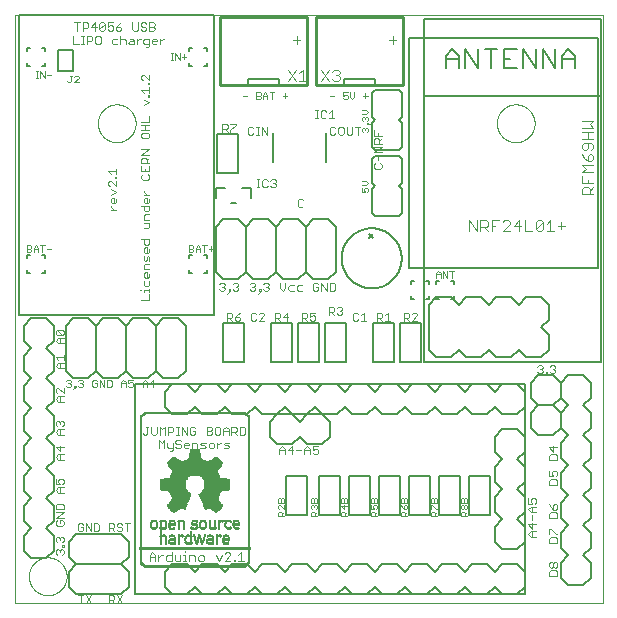
<source format=gto>
G75*
%MOIN*%
%OFA0B0*%
%FSLAX25Y25*%
%IPPOS*%
%LPD*%
%AMOC8*
5,1,8,0,0,1.08239X$1,22.5*
%
%ADD10C,0.00000*%
%ADD11R,0.32700X0.00100*%
%ADD12R,0.33700X0.00100*%
%ADD13R,0.34200X0.00100*%
%ADD14R,0.34700X0.00100*%
%ADD15R,0.34900X0.00100*%
%ADD16R,0.01500X0.00100*%
%ADD17R,0.01400X0.00100*%
%ADD18R,0.01200X0.00100*%
%ADD19R,0.01100X0.00100*%
%ADD20R,0.01000X0.00100*%
%ADD21R,0.00900X0.00100*%
%ADD22R,0.00700X0.00100*%
%ADD23R,0.00800X0.00100*%
%ADD24R,0.37100X0.00100*%
%ADD25R,0.00600X0.00100*%
%ADD26R,0.01300X0.00100*%
%ADD27R,0.02200X0.00100*%
%ADD28R,0.01700X0.00100*%
%ADD29R,0.02300X0.00100*%
%ADD30R,0.02400X0.00100*%
%ADD31R,0.01900X0.00100*%
%ADD32R,0.02500X0.00100*%
%ADD33R,0.02600X0.00100*%
%ADD34R,0.00300X0.00100*%
%ADD35R,0.02700X0.00100*%
%ADD36R,0.02100X0.00100*%
%ADD37R,0.02000X0.00100*%
%ADD38R,0.00200X0.00100*%
%ADD39R,0.01800X0.00100*%
%ADD40R,0.01600X0.00100*%
%ADD41R,0.00500X0.00100*%
%ADD42R,0.00400X0.00100*%
%ADD43R,0.00100X0.00100*%
%ADD44R,0.03200X0.00100*%
%ADD45R,0.03100X0.00100*%
%ADD46R,0.03400X0.00100*%
%ADD47R,0.03500X0.00100*%
%ADD48R,0.03900X0.00100*%
%ADD49R,0.05700X0.00100*%
%ADD50R,0.06000X0.00100*%
%ADD51R,0.06100X0.00100*%
%ADD52R,0.06200X0.00100*%
%ADD53R,0.06500X0.00100*%
%ADD54R,0.06400X0.00100*%
%ADD55R,0.06300X0.00100*%
%ADD56R,0.05900X0.00100*%
%ADD57R,0.05800X0.00100*%
%ADD58R,0.06600X0.00100*%
%ADD59R,0.06800X0.00100*%
%ADD60R,0.06700X0.00100*%
%ADD61R,0.06900X0.00100*%
%ADD62R,0.07000X0.00100*%
%ADD63R,0.07100X0.00100*%
%ADD64R,0.07800X0.00100*%
%ADD65R,0.08500X0.00100*%
%ADD66R,0.08600X0.00100*%
%ADD67R,0.08900X0.00100*%
%ADD68R,0.08800X0.00100*%
%ADD69R,0.08700X0.00100*%
%ADD70R,0.08400X0.00100*%
%ADD71R,0.07300X0.00100*%
%ADD72R,0.07400X0.00100*%
%ADD73R,0.16200X0.00100*%
%ADD74R,0.15900X0.00100*%
%ADD75R,0.15600X0.00100*%
%ADD76R,0.15300X0.00100*%
%ADD77R,0.16500X0.00100*%
%ADD78R,0.16800X0.00100*%
%ADD79R,0.17100X0.00100*%
%ADD80R,0.17400X0.00100*%
%ADD81R,0.17700X0.00100*%
%ADD82R,0.18000X0.00100*%
%ADD83R,0.18300X0.00100*%
%ADD84R,0.18600X0.00100*%
%ADD85R,0.04200X0.00100*%
%ADD86R,0.08100X0.00100*%
%ADD87R,0.07500X0.00100*%
%ADD88R,0.05100X0.00100*%
%ADD89R,0.04500X0.00100*%
%ADD90R,0.03600X0.00100*%
%ADD91R,0.03300X0.00100*%
%ADD92R,0.33600X0.00100*%
%ADD93C,0.00300*%
%ADD94C,0.00200*%
%ADD95C,0.00500*%
%ADD96C,0.00600*%
%ADD97C,0.00400*%
%ADD98C,0.01000*%
%ADD99C,0.00787*%
%ADD100C,0.00800*%
D10*
X0001500Y0003000D02*
X0197500Y0003000D01*
X0197500Y0199000D01*
X0001500Y0199000D01*
X0001500Y0003000D01*
X0006201Y0012000D02*
X0006203Y0012158D01*
X0006209Y0012316D01*
X0006219Y0012474D01*
X0006233Y0012632D01*
X0006251Y0012789D01*
X0006272Y0012946D01*
X0006298Y0013102D01*
X0006328Y0013258D01*
X0006361Y0013413D01*
X0006399Y0013566D01*
X0006440Y0013719D01*
X0006485Y0013871D01*
X0006534Y0014022D01*
X0006587Y0014171D01*
X0006643Y0014319D01*
X0006703Y0014465D01*
X0006767Y0014610D01*
X0006835Y0014753D01*
X0006906Y0014895D01*
X0006980Y0015035D01*
X0007058Y0015172D01*
X0007140Y0015308D01*
X0007224Y0015442D01*
X0007313Y0015573D01*
X0007404Y0015702D01*
X0007499Y0015829D01*
X0007596Y0015954D01*
X0007697Y0016076D01*
X0007801Y0016195D01*
X0007908Y0016312D01*
X0008018Y0016426D01*
X0008131Y0016537D01*
X0008246Y0016646D01*
X0008364Y0016751D01*
X0008485Y0016853D01*
X0008608Y0016953D01*
X0008734Y0017049D01*
X0008862Y0017142D01*
X0008992Y0017232D01*
X0009125Y0017318D01*
X0009260Y0017402D01*
X0009396Y0017481D01*
X0009535Y0017558D01*
X0009676Y0017630D01*
X0009818Y0017700D01*
X0009962Y0017765D01*
X0010108Y0017827D01*
X0010255Y0017885D01*
X0010404Y0017940D01*
X0010554Y0017991D01*
X0010705Y0018038D01*
X0010857Y0018081D01*
X0011010Y0018120D01*
X0011165Y0018156D01*
X0011320Y0018187D01*
X0011476Y0018215D01*
X0011632Y0018239D01*
X0011789Y0018259D01*
X0011947Y0018275D01*
X0012104Y0018287D01*
X0012263Y0018295D01*
X0012421Y0018299D01*
X0012579Y0018299D01*
X0012737Y0018295D01*
X0012896Y0018287D01*
X0013053Y0018275D01*
X0013211Y0018259D01*
X0013368Y0018239D01*
X0013524Y0018215D01*
X0013680Y0018187D01*
X0013835Y0018156D01*
X0013990Y0018120D01*
X0014143Y0018081D01*
X0014295Y0018038D01*
X0014446Y0017991D01*
X0014596Y0017940D01*
X0014745Y0017885D01*
X0014892Y0017827D01*
X0015038Y0017765D01*
X0015182Y0017700D01*
X0015324Y0017630D01*
X0015465Y0017558D01*
X0015604Y0017481D01*
X0015740Y0017402D01*
X0015875Y0017318D01*
X0016008Y0017232D01*
X0016138Y0017142D01*
X0016266Y0017049D01*
X0016392Y0016953D01*
X0016515Y0016853D01*
X0016636Y0016751D01*
X0016754Y0016646D01*
X0016869Y0016537D01*
X0016982Y0016426D01*
X0017092Y0016312D01*
X0017199Y0016195D01*
X0017303Y0016076D01*
X0017404Y0015954D01*
X0017501Y0015829D01*
X0017596Y0015702D01*
X0017687Y0015573D01*
X0017776Y0015442D01*
X0017860Y0015308D01*
X0017942Y0015172D01*
X0018020Y0015035D01*
X0018094Y0014895D01*
X0018165Y0014753D01*
X0018233Y0014610D01*
X0018297Y0014465D01*
X0018357Y0014319D01*
X0018413Y0014171D01*
X0018466Y0014022D01*
X0018515Y0013871D01*
X0018560Y0013719D01*
X0018601Y0013566D01*
X0018639Y0013413D01*
X0018672Y0013258D01*
X0018702Y0013102D01*
X0018728Y0012946D01*
X0018749Y0012789D01*
X0018767Y0012632D01*
X0018781Y0012474D01*
X0018791Y0012316D01*
X0018797Y0012158D01*
X0018799Y0012000D01*
X0018797Y0011842D01*
X0018791Y0011684D01*
X0018781Y0011526D01*
X0018767Y0011368D01*
X0018749Y0011211D01*
X0018728Y0011054D01*
X0018702Y0010898D01*
X0018672Y0010742D01*
X0018639Y0010587D01*
X0018601Y0010434D01*
X0018560Y0010281D01*
X0018515Y0010129D01*
X0018466Y0009978D01*
X0018413Y0009829D01*
X0018357Y0009681D01*
X0018297Y0009535D01*
X0018233Y0009390D01*
X0018165Y0009247D01*
X0018094Y0009105D01*
X0018020Y0008965D01*
X0017942Y0008828D01*
X0017860Y0008692D01*
X0017776Y0008558D01*
X0017687Y0008427D01*
X0017596Y0008298D01*
X0017501Y0008171D01*
X0017404Y0008046D01*
X0017303Y0007924D01*
X0017199Y0007805D01*
X0017092Y0007688D01*
X0016982Y0007574D01*
X0016869Y0007463D01*
X0016754Y0007354D01*
X0016636Y0007249D01*
X0016515Y0007147D01*
X0016392Y0007047D01*
X0016266Y0006951D01*
X0016138Y0006858D01*
X0016008Y0006768D01*
X0015875Y0006682D01*
X0015740Y0006598D01*
X0015604Y0006519D01*
X0015465Y0006442D01*
X0015324Y0006370D01*
X0015182Y0006300D01*
X0015038Y0006235D01*
X0014892Y0006173D01*
X0014745Y0006115D01*
X0014596Y0006060D01*
X0014446Y0006009D01*
X0014295Y0005962D01*
X0014143Y0005919D01*
X0013990Y0005880D01*
X0013835Y0005844D01*
X0013680Y0005813D01*
X0013524Y0005785D01*
X0013368Y0005761D01*
X0013211Y0005741D01*
X0013053Y0005725D01*
X0012896Y0005713D01*
X0012737Y0005705D01*
X0012579Y0005701D01*
X0012421Y0005701D01*
X0012263Y0005705D01*
X0012104Y0005713D01*
X0011947Y0005725D01*
X0011789Y0005741D01*
X0011632Y0005761D01*
X0011476Y0005785D01*
X0011320Y0005813D01*
X0011165Y0005844D01*
X0011010Y0005880D01*
X0010857Y0005919D01*
X0010705Y0005962D01*
X0010554Y0006009D01*
X0010404Y0006060D01*
X0010255Y0006115D01*
X0010108Y0006173D01*
X0009962Y0006235D01*
X0009818Y0006300D01*
X0009676Y0006370D01*
X0009535Y0006442D01*
X0009396Y0006519D01*
X0009260Y0006598D01*
X0009125Y0006682D01*
X0008992Y0006768D01*
X0008862Y0006858D01*
X0008734Y0006951D01*
X0008608Y0007047D01*
X0008485Y0007147D01*
X0008364Y0007249D01*
X0008246Y0007354D01*
X0008131Y0007463D01*
X0008018Y0007574D01*
X0007908Y0007688D01*
X0007801Y0007805D01*
X0007697Y0007924D01*
X0007596Y0008046D01*
X0007499Y0008171D01*
X0007404Y0008298D01*
X0007313Y0008427D01*
X0007224Y0008558D01*
X0007140Y0008692D01*
X0007058Y0008828D01*
X0006980Y0008965D01*
X0006906Y0009105D01*
X0006835Y0009247D01*
X0006767Y0009390D01*
X0006703Y0009535D01*
X0006643Y0009681D01*
X0006587Y0009829D01*
X0006534Y0009978D01*
X0006485Y0010129D01*
X0006440Y0010281D01*
X0006399Y0010434D01*
X0006361Y0010587D01*
X0006328Y0010742D01*
X0006298Y0010898D01*
X0006272Y0011054D01*
X0006251Y0011211D01*
X0006233Y0011368D01*
X0006219Y0011526D01*
X0006209Y0011684D01*
X0006203Y0011842D01*
X0006201Y0012000D01*
X0029201Y0163000D02*
X0029203Y0163158D01*
X0029209Y0163316D01*
X0029219Y0163474D01*
X0029233Y0163632D01*
X0029251Y0163789D01*
X0029272Y0163946D01*
X0029298Y0164102D01*
X0029328Y0164258D01*
X0029361Y0164413D01*
X0029399Y0164566D01*
X0029440Y0164719D01*
X0029485Y0164871D01*
X0029534Y0165022D01*
X0029587Y0165171D01*
X0029643Y0165319D01*
X0029703Y0165465D01*
X0029767Y0165610D01*
X0029835Y0165753D01*
X0029906Y0165895D01*
X0029980Y0166035D01*
X0030058Y0166172D01*
X0030140Y0166308D01*
X0030224Y0166442D01*
X0030313Y0166573D01*
X0030404Y0166702D01*
X0030499Y0166829D01*
X0030596Y0166954D01*
X0030697Y0167076D01*
X0030801Y0167195D01*
X0030908Y0167312D01*
X0031018Y0167426D01*
X0031131Y0167537D01*
X0031246Y0167646D01*
X0031364Y0167751D01*
X0031485Y0167853D01*
X0031608Y0167953D01*
X0031734Y0168049D01*
X0031862Y0168142D01*
X0031992Y0168232D01*
X0032125Y0168318D01*
X0032260Y0168402D01*
X0032396Y0168481D01*
X0032535Y0168558D01*
X0032676Y0168630D01*
X0032818Y0168700D01*
X0032962Y0168765D01*
X0033108Y0168827D01*
X0033255Y0168885D01*
X0033404Y0168940D01*
X0033554Y0168991D01*
X0033705Y0169038D01*
X0033857Y0169081D01*
X0034010Y0169120D01*
X0034165Y0169156D01*
X0034320Y0169187D01*
X0034476Y0169215D01*
X0034632Y0169239D01*
X0034789Y0169259D01*
X0034947Y0169275D01*
X0035104Y0169287D01*
X0035263Y0169295D01*
X0035421Y0169299D01*
X0035579Y0169299D01*
X0035737Y0169295D01*
X0035896Y0169287D01*
X0036053Y0169275D01*
X0036211Y0169259D01*
X0036368Y0169239D01*
X0036524Y0169215D01*
X0036680Y0169187D01*
X0036835Y0169156D01*
X0036990Y0169120D01*
X0037143Y0169081D01*
X0037295Y0169038D01*
X0037446Y0168991D01*
X0037596Y0168940D01*
X0037745Y0168885D01*
X0037892Y0168827D01*
X0038038Y0168765D01*
X0038182Y0168700D01*
X0038324Y0168630D01*
X0038465Y0168558D01*
X0038604Y0168481D01*
X0038740Y0168402D01*
X0038875Y0168318D01*
X0039008Y0168232D01*
X0039138Y0168142D01*
X0039266Y0168049D01*
X0039392Y0167953D01*
X0039515Y0167853D01*
X0039636Y0167751D01*
X0039754Y0167646D01*
X0039869Y0167537D01*
X0039982Y0167426D01*
X0040092Y0167312D01*
X0040199Y0167195D01*
X0040303Y0167076D01*
X0040404Y0166954D01*
X0040501Y0166829D01*
X0040596Y0166702D01*
X0040687Y0166573D01*
X0040776Y0166442D01*
X0040860Y0166308D01*
X0040942Y0166172D01*
X0041020Y0166035D01*
X0041094Y0165895D01*
X0041165Y0165753D01*
X0041233Y0165610D01*
X0041297Y0165465D01*
X0041357Y0165319D01*
X0041413Y0165171D01*
X0041466Y0165022D01*
X0041515Y0164871D01*
X0041560Y0164719D01*
X0041601Y0164566D01*
X0041639Y0164413D01*
X0041672Y0164258D01*
X0041702Y0164102D01*
X0041728Y0163946D01*
X0041749Y0163789D01*
X0041767Y0163632D01*
X0041781Y0163474D01*
X0041791Y0163316D01*
X0041797Y0163158D01*
X0041799Y0163000D01*
X0041797Y0162842D01*
X0041791Y0162684D01*
X0041781Y0162526D01*
X0041767Y0162368D01*
X0041749Y0162211D01*
X0041728Y0162054D01*
X0041702Y0161898D01*
X0041672Y0161742D01*
X0041639Y0161587D01*
X0041601Y0161434D01*
X0041560Y0161281D01*
X0041515Y0161129D01*
X0041466Y0160978D01*
X0041413Y0160829D01*
X0041357Y0160681D01*
X0041297Y0160535D01*
X0041233Y0160390D01*
X0041165Y0160247D01*
X0041094Y0160105D01*
X0041020Y0159965D01*
X0040942Y0159828D01*
X0040860Y0159692D01*
X0040776Y0159558D01*
X0040687Y0159427D01*
X0040596Y0159298D01*
X0040501Y0159171D01*
X0040404Y0159046D01*
X0040303Y0158924D01*
X0040199Y0158805D01*
X0040092Y0158688D01*
X0039982Y0158574D01*
X0039869Y0158463D01*
X0039754Y0158354D01*
X0039636Y0158249D01*
X0039515Y0158147D01*
X0039392Y0158047D01*
X0039266Y0157951D01*
X0039138Y0157858D01*
X0039008Y0157768D01*
X0038875Y0157682D01*
X0038740Y0157598D01*
X0038604Y0157519D01*
X0038465Y0157442D01*
X0038324Y0157370D01*
X0038182Y0157300D01*
X0038038Y0157235D01*
X0037892Y0157173D01*
X0037745Y0157115D01*
X0037596Y0157060D01*
X0037446Y0157009D01*
X0037295Y0156962D01*
X0037143Y0156919D01*
X0036990Y0156880D01*
X0036835Y0156844D01*
X0036680Y0156813D01*
X0036524Y0156785D01*
X0036368Y0156761D01*
X0036211Y0156741D01*
X0036053Y0156725D01*
X0035896Y0156713D01*
X0035737Y0156705D01*
X0035579Y0156701D01*
X0035421Y0156701D01*
X0035263Y0156705D01*
X0035104Y0156713D01*
X0034947Y0156725D01*
X0034789Y0156741D01*
X0034632Y0156761D01*
X0034476Y0156785D01*
X0034320Y0156813D01*
X0034165Y0156844D01*
X0034010Y0156880D01*
X0033857Y0156919D01*
X0033705Y0156962D01*
X0033554Y0157009D01*
X0033404Y0157060D01*
X0033255Y0157115D01*
X0033108Y0157173D01*
X0032962Y0157235D01*
X0032818Y0157300D01*
X0032676Y0157370D01*
X0032535Y0157442D01*
X0032396Y0157519D01*
X0032260Y0157598D01*
X0032125Y0157682D01*
X0031992Y0157768D01*
X0031862Y0157858D01*
X0031734Y0157951D01*
X0031608Y0158047D01*
X0031485Y0158147D01*
X0031364Y0158249D01*
X0031246Y0158354D01*
X0031131Y0158463D01*
X0031018Y0158574D01*
X0030908Y0158688D01*
X0030801Y0158805D01*
X0030697Y0158924D01*
X0030596Y0159046D01*
X0030499Y0159171D01*
X0030404Y0159298D01*
X0030313Y0159427D01*
X0030224Y0159558D01*
X0030140Y0159692D01*
X0030058Y0159828D01*
X0029980Y0159965D01*
X0029906Y0160105D01*
X0029835Y0160247D01*
X0029767Y0160390D01*
X0029703Y0160535D01*
X0029643Y0160681D01*
X0029587Y0160829D01*
X0029534Y0160978D01*
X0029485Y0161129D01*
X0029440Y0161281D01*
X0029399Y0161434D01*
X0029361Y0161587D01*
X0029328Y0161742D01*
X0029298Y0161898D01*
X0029272Y0162054D01*
X0029251Y0162211D01*
X0029233Y0162368D01*
X0029219Y0162526D01*
X0029209Y0162684D01*
X0029203Y0162842D01*
X0029201Y0163000D01*
X0162201Y0163000D02*
X0162203Y0163158D01*
X0162209Y0163316D01*
X0162219Y0163474D01*
X0162233Y0163632D01*
X0162251Y0163789D01*
X0162272Y0163946D01*
X0162298Y0164102D01*
X0162328Y0164258D01*
X0162361Y0164413D01*
X0162399Y0164566D01*
X0162440Y0164719D01*
X0162485Y0164871D01*
X0162534Y0165022D01*
X0162587Y0165171D01*
X0162643Y0165319D01*
X0162703Y0165465D01*
X0162767Y0165610D01*
X0162835Y0165753D01*
X0162906Y0165895D01*
X0162980Y0166035D01*
X0163058Y0166172D01*
X0163140Y0166308D01*
X0163224Y0166442D01*
X0163313Y0166573D01*
X0163404Y0166702D01*
X0163499Y0166829D01*
X0163596Y0166954D01*
X0163697Y0167076D01*
X0163801Y0167195D01*
X0163908Y0167312D01*
X0164018Y0167426D01*
X0164131Y0167537D01*
X0164246Y0167646D01*
X0164364Y0167751D01*
X0164485Y0167853D01*
X0164608Y0167953D01*
X0164734Y0168049D01*
X0164862Y0168142D01*
X0164992Y0168232D01*
X0165125Y0168318D01*
X0165260Y0168402D01*
X0165396Y0168481D01*
X0165535Y0168558D01*
X0165676Y0168630D01*
X0165818Y0168700D01*
X0165962Y0168765D01*
X0166108Y0168827D01*
X0166255Y0168885D01*
X0166404Y0168940D01*
X0166554Y0168991D01*
X0166705Y0169038D01*
X0166857Y0169081D01*
X0167010Y0169120D01*
X0167165Y0169156D01*
X0167320Y0169187D01*
X0167476Y0169215D01*
X0167632Y0169239D01*
X0167789Y0169259D01*
X0167947Y0169275D01*
X0168104Y0169287D01*
X0168263Y0169295D01*
X0168421Y0169299D01*
X0168579Y0169299D01*
X0168737Y0169295D01*
X0168896Y0169287D01*
X0169053Y0169275D01*
X0169211Y0169259D01*
X0169368Y0169239D01*
X0169524Y0169215D01*
X0169680Y0169187D01*
X0169835Y0169156D01*
X0169990Y0169120D01*
X0170143Y0169081D01*
X0170295Y0169038D01*
X0170446Y0168991D01*
X0170596Y0168940D01*
X0170745Y0168885D01*
X0170892Y0168827D01*
X0171038Y0168765D01*
X0171182Y0168700D01*
X0171324Y0168630D01*
X0171465Y0168558D01*
X0171604Y0168481D01*
X0171740Y0168402D01*
X0171875Y0168318D01*
X0172008Y0168232D01*
X0172138Y0168142D01*
X0172266Y0168049D01*
X0172392Y0167953D01*
X0172515Y0167853D01*
X0172636Y0167751D01*
X0172754Y0167646D01*
X0172869Y0167537D01*
X0172982Y0167426D01*
X0173092Y0167312D01*
X0173199Y0167195D01*
X0173303Y0167076D01*
X0173404Y0166954D01*
X0173501Y0166829D01*
X0173596Y0166702D01*
X0173687Y0166573D01*
X0173776Y0166442D01*
X0173860Y0166308D01*
X0173942Y0166172D01*
X0174020Y0166035D01*
X0174094Y0165895D01*
X0174165Y0165753D01*
X0174233Y0165610D01*
X0174297Y0165465D01*
X0174357Y0165319D01*
X0174413Y0165171D01*
X0174466Y0165022D01*
X0174515Y0164871D01*
X0174560Y0164719D01*
X0174601Y0164566D01*
X0174639Y0164413D01*
X0174672Y0164258D01*
X0174702Y0164102D01*
X0174728Y0163946D01*
X0174749Y0163789D01*
X0174767Y0163632D01*
X0174781Y0163474D01*
X0174791Y0163316D01*
X0174797Y0163158D01*
X0174799Y0163000D01*
X0174797Y0162842D01*
X0174791Y0162684D01*
X0174781Y0162526D01*
X0174767Y0162368D01*
X0174749Y0162211D01*
X0174728Y0162054D01*
X0174702Y0161898D01*
X0174672Y0161742D01*
X0174639Y0161587D01*
X0174601Y0161434D01*
X0174560Y0161281D01*
X0174515Y0161129D01*
X0174466Y0160978D01*
X0174413Y0160829D01*
X0174357Y0160681D01*
X0174297Y0160535D01*
X0174233Y0160390D01*
X0174165Y0160247D01*
X0174094Y0160105D01*
X0174020Y0159965D01*
X0173942Y0159828D01*
X0173860Y0159692D01*
X0173776Y0159558D01*
X0173687Y0159427D01*
X0173596Y0159298D01*
X0173501Y0159171D01*
X0173404Y0159046D01*
X0173303Y0158924D01*
X0173199Y0158805D01*
X0173092Y0158688D01*
X0172982Y0158574D01*
X0172869Y0158463D01*
X0172754Y0158354D01*
X0172636Y0158249D01*
X0172515Y0158147D01*
X0172392Y0158047D01*
X0172266Y0157951D01*
X0172138Y0157858D01*
X0172008Y0157768D01*
X0171875Y0157682D01*
X0171740Y0157598D01*
X0171604Y0157519D01*
X0171465Y0157442D01*
X0171324Y0157370D01*
X0171182Y0157300D01*
X0171038Y0157235D01*
X0170892Y0157173D01*
X0170745Y0157115D01*
X0170596Y0157060D01*
X0170446Y0157009D01*
X0170295Y0156962D01*
X0170143Y0156919D01*
X0169990Y0156880D01*
X0169835Y0156844D01*
X0169680Y0156813D01*
X0169524Y0156785D01*
X0169368Y0156761D01*
X0169211Y0156741D01*
X0169053Y0156725D01*
X0168896Y0156713D01*
X0168737Y0156705D01*
X0168579Y0156701D01*
X0168421Y0156701D01*
X0168263Y0156705D01*
X0168104Y0156713D01*
X0167947Y0156725D01*
X0167789Y0156741D01*
X0167632Y0156761D01*
X0167476Y0156785D01*
X0167320Y0156813D01*
X0167165Y0156844D01*
X0167010Y0156880D01*
X0166857Y0156919D01*
X0166705Y0156962D01*
X0166554Y0157009D01*
X0166404Y0157060D01*
X0166255Y0157115D01*
X0166108Y0157173D01*
X0165962Y0157235D01*
X0165818Y0157300D01*
X0165676Y0157370D01*
X0165535Y0157442D01*
X0165396Y0157519D01*
X0165260Y0157598D01*
X0165125Y0157682D01*
X0164992Y0157768D01*
X0164862Y0157858D01*
X0164734Y0157951D01*
X0164608Y0158047D01*
X0164485Y0158147D01*
X0164364Y0158249D01*
X0164246Y0158354D01*
X0164131Y0158463D01*
X0164018Y0158574D01*
X0163908Y0158688D01*
X0163801Y0158805D01*
X0163697Y0158924D01*
X0163596Y0159046D01*
X0163499Y0159171D01*
X0163404Y0159298D01*
X0163313Y0159427D01*
X0163224Y0159558D01*
X0163140Y0159692D01*
X0163058Y0159828D01*
X0162980Y0159965D01*
X0162906Y0160105D01*
X0162835Y0160247D01*
X0162767Y0160390D01*
X0162703Y0160535D01*
X0162643Y0160681D01*
X0162587Y0160829D01*
X0162534Y0160978D01*
X0162485Y0161129D01*
X0162440Y0161281D01*
X0162399Y0161434D01*
X0162361Y0161587D01*
X0162328Y0161742D01*
X0162298Y0161898D01*
X0162272Y0162054D01*
X0162251Y0162211D01*
X0162233Y0162368D01*
X0162219Y0162526D01*
X0162209Y0162684D01*
X0162203Y0162842D01*
X0162201Y0163000D01*
D11*
X0061497Y0066564D03*
X0061497Y0014764D03*
X0061497Y0014664D03*
D12*
X0061597Y0014864D03*
D13*
X0061547Y0014964D03*
X0061547Y0015064D03*
X0061547Y0066264D03*
X0061547Y0066364D03*
D14*
X0061597Y0066164D03*
X0061597Y0015164D03*
D15*
X0061597Y0015264D03*
X0061597Y0015364D03*
X0061597Y0065964D03*
X0061597Y0065964D03*
X0061597Y0066064D03*
D16*
X0078497Y0065864D03*
X0067628Y0039289D03*
X0072797Y0030464D03*
X0072797Y0030364D03*
X0072797Y0027564D03*
X0075497Y0027564D03*
X0064397Y0027564D03*
X0078597Y0015464D03*
X0047997Y0027564D03*
X0044597Y0015464D03*
D17*
X0044347Y0015564D03*
X0044347Y0015664D03*
X0051247Y0027564D03*
X0053947Y0030364D03*
X0053947Y0030464D03*
X0047947Y0030464D03*
X0047947Y0030364D03*
X0068647Y0033364D03*
X0068647Y0033464D03*
X0071947Y0025464D03*
X0044647Y0065864D03*
D18*
X0044447Y0065764D03*
X0044447Y0065764D03*
X0044447Y0065764D03*
X0044447Y0065664D03*
X0054647Y0051264D03*
X0068747Y0051264D03*
X0078747Y0065664D03*
X0078747Y0065764D03*
X0065447Y0034464D03*
X0070847Y0030464D03*
X0070847Y0030364D03*
X0067247Y0027564D03*
X0070047Y0025464D03*
X0064047Y0023564D03*
X0064047Y0023464D03*
X0064047Y0023364D03*
X0064047Y0023264D03*
X0064047Y0023164D03*
X0063147Y0024564D03*
X0062147Y0023564D03*
X0062147Y0023464D03*
X0062147Y0023364D03*
X0059147Y0022664D03*
X0059147Y0022564D03*
X0059147Y0025464D03*
X0057347Y0025464D03*
X0060647Y0027964D03*
X0060647Y0028064D03*
X0061347Y0027464D03*
X0061347Y0027364D03*
X0057347Y0030364D03*
X0057347Y0030464D03*
X0057947Y0034464D03*
X0051147Y0030464D03*
X0051147Y0030364D03*
X0051147Y0025464D03*
X0078747Y0015664D03*
X0078747Y0015564D03*
D19*
X0078997Y0015764D03*
X0079297Y0016064D03*
X0072097Y0022464D03*
X0074797Y0027964D03*
X0074797Y0028064D03*
X0063097Y0024864D03*
X0063097Y0024764D03*
X0063097Y0024664D03*
X0062197Y0023264D03*
X0062197Y0023164D03*
X0062197Y0023064D03*
X0062197Y0027964D03*
X0062197Y0028064D03*
X0054097Y0027464D03*
X0054097Y0027364D03*
X0053197Y0023064D03*
X0053797Y0022464D03*
X0044197Y0015764D03*
X0043897Y0016064D03*
X0043897Y0065264D03*
X0044197Y0065564D03*
X0078997Y0065564D03*
X0079297Y0065264D03*
D20*
X0079147Y0065364D03*
X0079147Y0065464D03*
X0044047Y0065464D03*
X0044047Y0065364D03*
X0047947Y0027464D03*
X0047947Y0027364D03*
X0053347Y0027964D03*
X0053347Y0028064D03*
X0044047Y0015964D03*
X0044047Y0015864D03*
X0067447Y0023064D03*
X0071347Y0023064D03*
X0079147Y0015964D03*
X0079147Y0015864D03*
D21*
X0079397Y0016164D03*
X0079397Y0016264D03*
X0079497Y0016364D03*
X0079697Y0016764D03*
X0079697Y0016864D03*
X0072797Y0024864D03*
X0072797Y0027364D03*
X0072797Y0027464D03*
X0074597Y0028164D03*
X0075497Y0027464D03*
X0075497Y0027364D03*
X0076097Y0027964D03*
X0076097Y0028064D03*
X0071997Y0029764D03*
X0071997Y0029864D03*
X0069797Y0029864D03*
X0069797Y0029764D03*
X0068297Y0028164D03*
X0067197Y0027464D03*
X0067197Y0027364D03*
X0066597Y0028164D03*
X0065097Y0029764D03*
X0065097Y0029864D03*
X0064397Y0027464D03*
X0064397Y0027364D03*
X0062297Y0028564D03*
X0062297Y0028664D03*
X0060597Y0029364D03*
X0057897Y0029764D03*
X0057897Y0029864D03*
X0056297Y0029864D03*
X0056297Y0029764D03*
X0054597Y0033264D03*
X0050297Y0029864D03*
X0050297Y0029764D03*
X0048797Y0029764D03*
X0048797Y0029864D03*
X0048797Y0028164D03*
X0047097Y0028164D03*
X0050297Y0024864D03*
X0051797Y0024864D03*
X0051897Y0024764D03*
X0051897Y0024664D03*
X0053997Y0025564D03*
X0053997Y0025664D03*
X0056397Y0024864D03*
X0058497Y0024864D03*
X0060197Y0024864D03*
X0060197Y0024764D03*
X0060197Y0024664D03*
X0060197Y0023264D03*
X0060197Y0023164D03*
X0059097Y0022464D03*
X0062097Y0022864D03*
X0062097Y0022964D03*
X0064097Y0022964D03*
X0064097Y0023064D03*
X0064097Y0022864D03*
X0064097Y0022764D03*
X0065897Y0023064D03*
X0066497Y0022464D03*
X0066597Y0025564D03*
X0066597Y0025664D03*
X0068997Y0024864D03*
X0063197Y0024964D03*
X0063197Y0025064D03*
X0054797Y0023064D03*
X0043797Y0016264D03*
X0043797Y0016164D03*
X0043697Y0016364D03*
X0043497Y0016764D03*
X0043497Y0016864D03*
X0068697Y0033264D03*
X0068697Y0051364D03*
X0068697Y0051464D03*
X0079697Y0064464D03*
X0079697Y0064564D03*
X0079497Y0064764D03*
X0079497Y0064864D03*
X0079497Y0064964D03*
X0079397Y0065064D03*
X0079397Y0065164D03*
X0054597Y0051464D03*
X0054597Y0051364D03*
X0043497Y0064464D03*
X0043497Y0064564D03*
X0043697Y0064764D03*
X0043697Y0064864D03*
X0043697Y0064964D03*
X0043797Y0065064D03*
X0043797Y0065164D03*
D22*
X0043597Y0064664D03*
X0057997Y0034364D03*
X0057997Y0034264D03*
X0057997Y0029664D03*
X0057997Y0029564D03*
X0057997Y0029464D03*
X0057997Y0029364D03*
X0057997Y0029264D03*
X0057997Y0029164D03*
X0057997Y0029064D03*
X0057997Y0028964D03*
X0057997Y0028864D03*
X0057997Y0028764D03*
X0057997Y0028664D03*
X0057997Y0028564D03*
X0057997Y0028464D03*
X0057997Y0028364D03*
X0057997Y0028264D03*
X0057997Y0028164D03*
X0057997Y0028064D03*
X0057997Y0027964D03*
X0057997Y0027864D03*
X0057997Y0027764D03*
X0057997Y0027664D03*
X0057997Y0027564D03*
X0057997Y0027464D03*
X0057997Y0027364D03*
X0056197Y0029464D03*
X0056197Y0029564D03*
X0056197Y0029664D03*
X0054997Y0029564D03*
X0054997Y0029464D03*
X0054997Y0029364D03*
X0054697Y0028064D03*
X0054697Y0027964D03*
X0053197Y0028164D03*
X0051997Y0028464D03*
X0051997Y0028564D03*
X0051997Y0028664D03*
X0051997Y0028764D03*
X0051997Y0028864D03*
X0051997Y0028964D03*
X0051997Y0029064D03*
X0051997Y0029164D03*
X0051997Y0029264D03*
X0051997Y0029364D03*
X0051997Y0029464D03*
X0051997Y0029564D03*
X0053197Y0029764D03*
X0053197Y0029864D03*
X0050197Y0029664D03*
X0050197Y0029564D03*
X0050197Y0029464D03*
X0050197Y0028364D03*
X0050197Y0028264D03*
X0050197Y0028164D03*
X0050197Y0024764D03*
X0050197Y0024664D03*
X0051997Y0024564D03*
X0051997Y0024464D03*
X0051997Y0024364D03*
X0051997Y0024264D03*
X0051997Y0024164D03*
X0051997Y0024064D03*
X0051997Y0023964D03*
X0051997Y0023864D03*
X0051997Y0023764D03*
X0051997Y0023664D03*
X0051997Y0023564D03*
X0051997Y0023464D03*
X0051997Y0023364D03*
X0051997Y0023264D03*
X0051997Y0023164D03*
X0051997Y0023064D03*
X0051997Y0022964D03*
X0051997Y0022864D03*
X0051997Y0022764D03*
X0051997Y0022664D03*
X0051997Y0022564D03*
X0047197Y0029764D03*
X0047197Y0029864D03*
X0043597Y0016664D03*
X0043597Y0016564D03*
X0043597Y0016464D03*
X0061597Y0024264D03*
X0061597Y0024364D03*
X0061597Y0024464D03*
X0061297Y0025164D03*
X0061297Y0025264D03*
X0061297Y0025364D03*
X0061297Y0025464D03*
X0063097Y0025364D03*
X0063097Y0025264D03*
X0063097Y0025164D03*
X0064597Y0024264D03*
X0064897Y0025164D03*
X0064897Y0025264D03*
X0064897Y0025364D03*
X0064897Y0025464D03*
X0065797Y0023664D03*
X0067597Y0023664D03*
X0067597Y0023564D03*
X0067597Y0023464D03*
X0067597Y0023364D03*
X0067597Y0023264D03*
X0067597Y0023164D03*
X0067597Y0022464D03*
X0067597Y0024364D03*
X0067597Y0024464D03*
X0067597Y0024564D03*
X0067597Y0024664D03*
X0067597Y0024764D03*
X0065197Y0028164D03*
X0065197Y0028264D03*
X0065197Y0028364D03*
X0065197Y0029664D03*
X0064297Y0030564D03*
X0063397Y0029664D03*
X0063397Y0029564D03*
X0063397Y0029464D03*
X0063397Y0029364D03*
X0063397Y0029264D03*
X0063397Y0029164D03*
X0063397Y0029064D03*
X0063397Y0028964D03*
X0063397Y0028864D03*
X0063397Y0028764D03*
X0063397Y0028664D03*
X0063397Y0028564D03*
X0063397Y0028464D03*
X0063397Y0028364D03*
X0063397Y0028264D03*
X0062197Y0022764D03*
X0062197Y0022664D03*
X0062197Y0022564D03*
X0063997Y0022564D03*
X0063997Y0022664D03*
X0071197Y0023164D03*
X0071197Y0023264D03*
X0072697Y0023064D03*
X0072997Y0024364D03*
X0072997Y0024464D03*
X0071197Y0024864D03*
X0069697Y0027364D03*
X0069697Y0027464D03*
X0069697Y0027564D03*
X0069697Y0027664D03*
X0069697Y0027764D03*
X0069697Y0027864D03*
X0069697Y0027964D03*
X0069697Y0028064D03*
X0069697Y0028164D03*
X0069697Y0028264D03*
X0069697Y0028364D03*
X0069697Y0028464D03*
X0069697Y0028564D03*
X0069697Y0028664D03*
X0069697Y0028764D03*
X0069697Y0028864D03*
X0069697Y0028964D03*
X0069697Y0029064D03*
X0069697Y0029164D03*
X0069697Y0029264D03*
X0069697Y0029364D03*
X0069697Y0029464D03*
X0069697Y0029564D03*
X0069697Y0029664D03*
X0069697Y0030364D03*
X0069697Y0030464D03*
X0071797Y0029664D03*
X0071797Y0029564D03*
X0071797Y0029464D03*
X0071797Y0029364D03*
X0071797Y0028464D03*
X0071797Y0028364D03*
X0071797Y0028264D03*
X0074497Y0028264D03*
X0074497Y0028364D03*
X0074497Y0029664D03*
X0075397Y0030564D03*
X0076297Y0029664D03*
X0076297Y0029564D03*
X0076297Y0029464D03*
X0079597Y0016664D03*
X0079597Y0016564D03*
X0079597Y0016464D03*
X0079597Y0064664D03*
D23*
X0079747Y0064364D03*
X0079747Y0064264D03*
X0079747Y0064164D03*
X0079747Y0064064D03*
X0079747Y0063964D03*
X0079747Y0063864D03*
X0079747Y0063764D03*
X0079747Y0063664D03*
X0079747Y0063564D03*
X0079747Y0063464D03*
X0079747Y0063364D03*
X0079747Y0063264D03*
X0079747Y0063164D03*
X0079747Y0063064D03*
X0079747Y0062964D03*
X0079747Y0062864D03*
X0079747Y0062764D03*
X0079747Y0062664D03*
X0079747Y0062564D03*
X0079747Y0062464D03*
X0079747Y0062364D03*
X0079747Y0062264D03*
X0079747Y0062164D03*
X0079747Y0062064D03*
X0079747Y0061964D03*
X0079747Y0061864D03*
X0079747Y0061764D03*
X0079747Y0061664D03*
X0079747Y0061564D03*
X0079747Y0061464D03*
X0079747Y0061364D03*
X0079747Y0061264D03*
X0079747Y0061164D03*
X0079747Y0061164D03*
X0079747Y0061064D03*
X0079747Y0060964D03*
X0079747Y0060864D03*
X0079747Y0060764D03*
X0079747Y0060664D03*
X0079747Y0060564D03*
X0079747Y0060464D03*
X0079747Y0060464D03*
X0079747Y0060364D03*
X0079747Y0060264D03*
X0079747Y0060264D03*
X0079747Y0060164D03*
X0079747Y0060164D03*
X0079747Y0060064D03*
X0079747Y0060064D03*
X0079747Y0059964D03*
X0079747Y0059864D03*
X0079747Y0059764D03*
X0079747Y0059664D03*
X0079747Y0059664D03*
X0079747Y0059564D03*
X0079747Y0059564D03*
X0079747Y0059464D03*
X0079747Y0059364D03*
X0079747Y0059264D03*
X0079747Y0059164D03*
X0079747Y0059064D03*
X0079747Y0058964D03*
X0079747Y0058864D03*
X0079747Y0058764D03*
X0079747Y0058664D03*
X0079747Y0058564D03*
X0079747Y0058464D03*
X0079747Y0058364D03*
X0079747Y0058264D03*
X0079747Y0058164D03*
X0079747Y0058064D03*
X0079747Y0057964D03*
X0079747Y0057864D03*
X0079747Y0057764D03*
X0079747Y0057664D03*
X0079747Y0057564D03*
X0079747Y0057464D03*
X0079747Y0057364D03*
X0079747Y0057264D03*
X0079747Y0057164D03*
X0079747Y0057064D03*
X0079747Y0056964D03*
X0079747Y0056864D03*
X0079747Y0056764D03*
X0079747Y0056664D03*
X0079747Y0056564D03*
X0079747Y0056464D03*
X0079747Y0056364D03*
X0079747Y0056264D03*
X0079747Y0056164D03*
X0079747Y0056064D03*
X0079747Y0055964D03*
X0079747Y0055864D03*
X0079747Y0055764D03*
X0079747Y0055664D03*
X0079747Y0055564D03*
X0079747Y0055464D03*
X0079747Y0055364D03*
X0079747Y0055264D03*
X0079747Y0055164D03*
X0079747Y0055064D03*
X0079747Y0054964D03*
X0079747Y0054864D03*
X0079747Y0054764D03*
X0079747Y0054664D03*
X0079747Y0054564D03*
X0079747Y0054464D03*
X0079747Y0054464D03*
X0079747Y0054364D03*
X0079747Y0054264D03*
X0079747Y0054164D03*
X0079747Y0054064D03*
X0079747Y0053964D03*
X0079747Y0053864D03*
X0079747Y0053764D03*
X0079747Y0053664D03*
X0079747Y0053564D03*
X0079747Y0053464D03*
X0079747Y0053364D03*
X0079747Y0053264D03*
X0079747Y0053164D03*
X0079747Y0053064D03*
X0079747Y0052964D03*
X0079747Y0052864D03*
X0079747Y0052764D03*
X0079747Y0052664D03*
X0079747Y0052564D03*
X0079747Y0052464D03*
X0079747Y0052364D03*
X0079747Y0052264D03*
X0079747Y0052164D03*
X0079747Y0052064D03*
X0079747Y0051964D03*
X0079747Y0051864D03*
X0079747Y0051764D03*
X0079747Y0051664D03*
X0079747Y0051564D03*
X0079747Y0051464D03*
X0079747Y0051364D03*
X0079747Y0051264D03*
X0079747Y0051164D03*
X0079747Y0051064D03*
X0079747Y0050964D03*
X0079747Y0050864D03*
X0079747Y0050764D03*
X0079747Y0050664D03*
X0079747Y0050564D03*
X0079747Y0050464D03*
X0079747Y0050364D03*
X0079747Y0050264D03*
X0079747Y0050164D03*
X0079747Y0050064D03*
X0079747Y0049964D03*
X0079747Y0049864D03*
X0079747Y0049764D03*
X0079747Y0049664D03*
X0079747Y0049564D03*
X0079747Y0049464D03*
X0079747Y0049364D03*
X0079747Y0049264D03*
X0079747Y0049164D03*
X0079747Y0049064D03*
X0079747Y0048964D03*
X0079747Y0048864D03*
X0079747Y0048764D03*
X0079747Y0048664D03*
X0079747Y0048564D03*
X0079747Y0048464D03*
X0079747Y0048364D03*
X0079747Y0048264D03*
X0079747Y0048164D03*
X0079747Y0048064D03*
X0079747Y0047964D03*
X0079747Y0047864D03*
X0079747Y0047764D03*
X0079747Y0047664D03*
X0079747Y0047564D03*
X0079747Y0047464D03*
X0079747Y0047364D03*
X0079747Y0047264D03*
X0079747Y0047164D03*
X0079747Y0047064D03*
X0079747Y0046964D03*
X0079747Y0046864D03*
X0079747Y0046764D03*
X0079747Y0046664D03*
X0079747Y0046564D03*
X0079747Y0046464D03*
X0079747Y0046364D03*
X0079747Y0046264D03*
X0079747Y0046164D03*
X0079747Y0046064D03*
X0079747Y0045964D03*
X0079747Y0045864D03*
X0079747Y0045764D03*
X0079747Y0045664D03*
X0079747Y0045564D03*
X0079747Y0045464D03*
X0079747Y0045364D03*
X0079747Y0045264D03*
X0079747Y0045164D03*
X0079747Y0045064D03*
X0079747Y0044964D03*
X0079747Y0044864D03*
X0079747Y0044764D03*
X0079747Y0044664D03*
X0079747Y0044564D03*
X0079747Y0044464D03*
X0079747Y0044364D03*
X0079747Y0044264D03*
X0079747Y0044164D03*
X0079747Y0044064D03*
X0079747Y0043964D03*
X0079747Y0043864D03*
X0079747Y0043764D03*
X0079747Y0043664D03*
X0079747Y0043564D03*
X0079747Y0043464D03*
X0079747Y0043364D03*
X0079747Y0043264D03*
X0079747Y0043164D03*
X0079747Y0043064D03*
X0079747Y0042964D03*
X0079747Y0042864D03*
X0079747Y0042764D03*
X0079747Y0042664D03*
X0079747Y0042564D03*
X0079747Y0042464D03*
X0079747Y0042364D03*
X0079747Y0042264D03*
X0079747Y0042164D03*
X0079747Y0042064D03*
X0079747Y0041964D03*
X0079747Y0041864D03*
X0079747Y0041764D03*
X0079747Y0041664D03*
X0079747Y0041564D03*
X0079747Y0041464D03*
X0079747Y0041364D03*
X0079747Y0041264D03*
X0079747Y0041164D03*
X0079747Y0041064D03*
X0079747Y0040964D03*
X0079747Y0040864D03*
X0079747Y0040764D03*
X0079747Y0040664D03*
X0079747Y0040564D03*
X0079747Y0040464D03*
X0079747Y0040364D03*
X0079747Y0040264D03*
X0079747Y0040164D03*
X0079747Y0040064D03*
X0079747Y0039964D03*
X0079747Y0039864D03*
X0079747Y0039764D03*
X0079747Y0039664D03*
X0079747Y0039564D03*
X0079747Y0039464D03*
X0079747Y0039364D03*
X0079747Y0039264D03*
X0079747Y0039164D03*
X0079747Y0039064D03*
X0079747Y0038964D03*
X0079747Y0038864D03*
X0079747Y0038764D03*
X0079747Y0038664D03*
X0079747Y0038564D03*
X0079747Y0038464D03*
X0079747Y0038364D03*
X0079747Y0038264D03*
X0079747Y0038164D03*
X0079747Y0038064D03*
X0079747Y0037964D03*
X0079747Y0037864D03*
X0079747Y0037764D03*
X0079747Y0037664D03*
X0079747Y0037564D03*
X0079747Y0037464D03*
X0079747Y0037364D03*
X0079747Y0037264D03*
X0079747Y0037164D03*
X0079747Y0037064D03*
X0079747Y0036964D03*
X0079747Y0036864D03*
X0079747Y0036764D03*
X0079747Y0036664D03*
X0079747Y0036564D03*
X0079747Y0036464D03*
X0079747Y0036364D03*
X0079747Y0036264D03*
X0079747Y0036164D03*
X0079747Y0036064D03*
X0079747Y0035964D03*
X0079747Y0035864D03*
X0079747Y0035764D03*
X0079747Y0035664D03*
X0079747Y0035564D03*
X0079747Y0035464D03*
X0079747Y0035364D03*
X0079747Y0035264D03*
X0079747Y0035164D03*
X0079747Y0035064D03*
X0079747Y0034964D03*
X0079747Y0034864D03*
X0079747Y0034764D03*
X0079747Y0034664D03*
X0079747Y0034564D03*
X0079747Y0034464D03*
X0079747Y0034364D03*
X0079747Y0034264D03*
X0079747Y0034164D03*
X0079747Y0034064D03*
X0079747Y0033964D03*
X0079747Y0033864D03*
X0079747Y0033764D03*
X0079747Y0033664D03*
X0079747Y0033564D03*
X0079747Y0033464D03*
X0079747Y0033364D03*
X0079747Y0033264D03*
X0079747Y0033164D03*
X0079747Y0033064D03*
X0079747Y0032964D03*
X0079747Y0032864D03*
X0079747Y0032764D03*
X0079747Y0032664D03*
X0079747Y0032564D03*
X0079747Y0032464D03*
X0079747Y0032364D03*
X0079747Y0032264D03*
X0079747Y0032164D03*
X0079747Y0032064D03*
X0079747Y0031964D03*
X0079747Y0031864D03*
X0079747Y0031764D03*
X0079747Y0031664D03*
X0079747Y0031564D03*
X0079747Y0031464D03*
X0079747Y0031364D03*
X0079747Y0031264D03*
X0079747Y0031164D03*
X0079747Y0031064D03*
X0079747Y0030964D03*
X0079747Y0030864D03*
X0079747Y0030764D03*
X0079747Y0030664D03*
X0079747Y0030564D03*
X0079747Y0030464D03*
X0079747Y0030364D03*
X0079747Y0030264D03*
X0079747Y0030164D03*
X0079747Y0030064D03*
X0079747Y0029964D03*
X0079747Y0029864D03*
X0079747Y0029764D03*
X0079747Y0029664D03*
X0079747Y0029564D03*
X0079747Y0029464D03*
X0079747Y0029364D03*
X0079747Y0029264D03*
X0079747Y0029164D03*
X0079747Y0029064D03*
X0079747Y0028964D03*
X0079747Y0028864D03*
X0079747Y0028764D03*
X0079747Y0028664D03*
X0079747Y0028564D03*
X0079747Y0028464D03*
X0079747Y0028364D03*
X0079747Y0028264D03*
X0079747Y0028164D03*
X0079747Y0028064D03*
X0079747Y0027964D03*
X0079747Y0027864D03*
X0079747Y0027764D03*
X0079747Y0027664D03*
X0079747Y0027564D03*
X0079747Y0027464D03*
X0079747Y0027364D03*
X0079747Y0027264D03*
X0079747Y0027164D03*
X0079747Y0027064D03*
X0079747Y0026964D03*
X0079747Y0026864D03*
X0079747Y0026764D03*
X0079747Y0026664D03*
X0079747Y0026564D03*
X0079747Y0026464D03*
X0079747Y0026364D03*
X0079747Y0026264D03*
X0079747Y0026164D03*
X0079747Y0026064D03*
X0079747Y0025964D03*
X0079747Y0025864D03*
X0079747Y0025764D03*
X0079747Y0025664D03*
X0079747Y0025564D03*
X0079747Y0025464D03*
X0079747Y0025364D03*
X0079747Y0025264D03*
X0079747Y0025164D03*
X0079747Y0025064D03*
X0079747Y0024964D03*
X0079747Y0024864D03*
X0079747Y0024764D03*
X0079747Y0024664D03*
X0079747Y0024564D03*
X0079747Y0024464D03*
X0079747Y0024364D03*
X0079747Y0024264D03*
X0079747Y0024164D03*
X0079747Y0024064D03*
X0079747Y0023964D03*
X0079747Y0023864D03*
X0079747Y0023764D03*
X0079747Y0023664D03*
X0079747Y0023564D03*
X0079747Y0023464D03*
X0079747Y0023364D03*
X0079747Y0023264D03*
X0079747Y0023164D03*
X0079747Y0023164D03*
X0079747Y0023064D03*
X0079747Y0022964D03*
X0079747Y0022864D03*
X0079747Y0022764D03*
X0079747Y0022664D03*
X0079747Y0022564D03*
X0079747Y0022464D03*
X0079747Y0022364D03*
X0079747Y0022264D03*
X0079747Y0022164D03*
X0079747Y0022064D03*
X0079747Y0021964D03*
X0079747Y0021964D03*
X0079747Y0021864D03*
X0079747Y0021764D03*
X0079747Y0021664D03*
X0079747Y0021564D03*
X0079747Y0021464D03*
X0079747Y0021364D03*
X0079747Y0020564D03*
X0079747Y0020464D03*
X0079747Y0020364D03*
X0079747Y0020364D03*
X0079747Y0020264D03*
X0079747Y0020164D03*
X0079747Y0020064D03*
X0079747Y0019964D03*
X0079747Y0019864D03*
X0079747Y0019764D03*
X0079747Y0019664D03*
X0079747Y0019564D03*
X0079747Y0019464D03*
X0079747Y0019364D03*
X0079747Y0019264D03*
X0079747Y0019164D03*
X0079747Y0019064D03*
X0079747Y0018964D03*
X0079747Y0018864D03*
X0079747Y0018764D03*
X0079747Y0018664D03*
X0079747Y0018564D03*
X0079747Y0018464D03*
X0079747Y0018364D03*
X0079747Y0018264D03*
X0079747Y0018164D03*
X0079747Y0018064D03*
X0079747Y0017964D03*
X0079747Y0017864D03*
X0079747Y0017764D03*
X0079747Y0017664D03*
X0079747Y0017564D03*
X0079747Y0017464D03*
X0079747Y0017364D03*
X0079747Y0017264D03*
X0079747Y0017164D03*
X0079747Y0017064D03*
X0079747Y0016964D03*
X0072847Y0024664D03*
X0072847Y0024764D03*
X0071047Y0024564D03*
X0071047Y0024464D03*
X0071047Y0024364D03*
X0071047Y0023664D03*
X0071047Y0023564D03*
X0071047Y0023464D03*
X0071047Y0023364D03*
X0068947Y0024564D03*
X0068947Y0024664D03*
X0068947Y0024764D03*
X0068347Y0027364D03*
X0068347Y0027464D03*
X0068347Y0027564D03*
X0068347Y0028264D03*
X0068347Y0028364D03*
X0068347Y0028464D03*
X0068347Y0028564D03*
X0068347Y0028664D03*
X0068347Y0028764D03*
X0068347Y0028864D03*
X0068347Y0028964D03*
X0068347Y0029064D03*
X0068347Y0029164D03*
X0068347Y0029264D03*
X0068347Y0029364D03*
X0068347Y0029464D03*
X0068347Y0029564D03*
X0068347Y0029664D03*
X0068347Y0029764D03*
X0068347Y0029864D03*
X0068347Y0029964D03*
X0068347Y0030064D03*
X0068347Y0030164D03*
X0068347Y0030264D03*
X0068347Y0030364D03*
X0068347Y0030464D03*
X0066547Y0028464D03*
X0066547Y0028364D03*
X0066547Y0028264D03*
X0065347Y0028564D03*
X0065347Y0028664D03*
X0065347Y0028764D03*
X0065347Y0028864D03*
X0065347Y0028964D03*
X0065347Y0029064D03*
X0065347Y0029164D03*
X0065347Y0029264D03*
X0065347Y0029364D03*
X0063547Y0029764D03*
X0063547Y0029864D03*
X0063547Y0028164D03*
X0062347Y0028164D03*
X0062347Y0028264D03*
X0062347Y0028364D03*
X0062347Y0028464D03*
X0060547Y0029464D03*
X0060547Y0029564D03*
X0060547Y0029664D03*
X0060547Y0029764D03*
X0060547Y0029864D03*
X0061447Y0030564D03*
X0060247Y0026864D03*
X0060247Y0026764D03*
X0060247Y0026664D03*
X0060247Y0026564D03*
X0060247Y0026464D03*
X0060247Y0026364D03*
X0060247Y0026264D03*
X0060247Y0026164D03*
X0060247Y0026064D03*
X0060247Y0025964D03*
X0060247Y0025864D03*
X0060247Y0025764D03*
X0060247Y0025664D03*
X0060247Y0025564D03*
X0060247Y0025464D03*
X0060247Y0024564D03*
X0060247Y0024464D03*
X0060247Y0024364D03*
X0060247Y0024264D03*
X0060247Y0024164D03*
X0060247Y0024064D03*
X0060247Y0023964D03*
X0060247Y0023864D03*
X0060247Y0023764D03*
X0060247Y0023664D03*
X0060247Y0023564D03*
X0060247Y0023464D03*
X0060247Y0023364D03*
X0060247Y0022664D03*
X0060247Y0022564D03*
X0060247Y0022464D03*
X0058447Y0023164D03*
X0058447Y0023264D03*
X0058447Y0023364D03*
X0058447Y0023464D03*
X0058447Y0023564D03*
X0058447Y0024564D03*
X0058447Y0024664D03*
X0058447Y0024764D03*
X0056347Y0024764D03*
X0056347Y0024664D03*
X0054847Y0024864D03*
X0054847Y0023264D03*
X0054847Y0023164D03*
X0053047Y0023164D03*
X0053047Y0023264D03*
X0053047Y0023364D03*
X0053047Y0023464D03*
X0053047Y0023564D03*
X0053047Y0023664D03*
X0051247Y0027364D03*
X0051247Y0027464D03*
X0051847Y0028164D03*
X0051847Y0028264D03*
X0051847Y0028364D03*
X0053047Y0028464D03*
X0053047Y0028564D03*
X0053047Y0028664D03*
X0053047Y0029364D03*
X0053047Y0029464D03*
X0053047Y0029564D03*
X0051847Y0029664D03*
X0051847Y0029764D03*
X0051847Y0029864D03*
X0054847Y0029864D03*
X0054847Y0029764D03*
X0054847Y0029664D03*
X0048847Y0029664D03*
X0048847Y0029564D03*
X0048847Y0029464D03*
X0048847Y0028364D03*
X0048847Y0028264D03*
X0047047Y0028264D03*
X0047047Y0028364D03*
X0047047Y0028464D03*
X0047047Y0028564D03*
X0047047Y0028664D03*
X0047047Y0029364D03*
X0047047Y0029464D03*
X0047047Y0029564D03*
X0047047Y0029664D03*
X0047947Y0030564D03*
X0043447Y0030564D03*
X0043447Y0030664D03*
X0043447Y0030764D03*
X0043447Y0030864D03*
X0043447Y0030964D03*
X0043447Y0031064D03*
X0043447Y0031164D03*
X0043447Y0031264D03*
X0043447Y0031364D03*
X0043447Y0031464D03*
X0043447Y0031564D03*
X0043447Y0031664D03*
X0043447Y0031764D03*
X0043447Y0031864D03*
X0043447Y0031964D03*
X0043447Y0032064D03*
X0043447Y0032164D03*
X0043447Y0032264D03*
X0043447Y0032364D03*
X0043447Y0032464D03*
X0043447Y0032564D03*
X0043447Y0032664D03*
X0043447Y0032764D03*
X0043447Y0032864D03*
X0043447Y0032964D03*
X0043447Y0033064D03*
X0043447Y0033164D03*
X0043447Y0033264D03*
X0043447Y0033364D03*
X0043447Y0033464D03*
X0043447Y0033564D03*
X0043447Y0033664D03*
X0043447Y0033764D03*
X0043447Y0033864D03*
X0043447Y0033964D03*
X0043447Y0034064D03*
X0043447Y0034164D03*
X0043447Y0034264D03*
X0043447Y0034364D03*
X0043447Y0034464D03*
X0043447Y0034564D03*
X0043447Y0034664D03*
X0043447Y0034764D03*
X0043447Y0034864D03*
X0043447Y0034964D03*
X0043447Y0035064D03*
X0043447Y0035164D03*
X0043447Y0035264D03*
X0043447Y0035364D03*
X0043447Y0035464D03*
X0043447Y0035564D03*
X0043447Y0035664D03*
X0043447Y0035764D03*
X0043447Y0035864D03*
X0043447Y0035964D03*
X0043447Y0036064D03*
X0043447Y0036164D03*
X0043447Y0036264D03*
X0043447Y0036364D03*
X0043447Y0036464D03*
X0043447Y0036564D03*
X0043447Y0036664D03*
X0043447Y0036764D03*
X0043447Y0036864D03*
X0043447Y0036964D03*
X0043447Y0037064D03*
X0043447Y0037164D03*
X0043447Y0037264D03*
X0043447Y0037364D03*
X0043447Y0037464D03*
X0043447Y0037564D03*
X0043447Y0037664D03*
X0043447Y0037764D03*
X0043447Y0037864D03*
X0043447Y0037964D03*
X0043447Y0038064D03*
X0043447Y0038164D03*
X0043447Y0038264D03*
X0043447Y0038364D03*
X0043447Y0038464D03*
X0043447Y0038564D03*
X0043447Y0038664D03*
X0043447Y0038764D03*
X0043447Y0038864D03*
X0043447Y0038964D03*
X0043447Y0039064D03*
X0043447Y0039164D03*
X0043447Y0039264D03*
X0043447Y0039364D03*
X0043447Y0039464D03*
X0043447Y0039564D03*
X0043447Y0039664D03*
X0043447Y0039764D03*
X0043447Y0039864D03*
X0043447Y0039964D03*
X0043447Y0040064D03*
X0043447Y0040164D03*
X0043447Y0040264D03*
X0043447Y0040364D03*
X0043447Y0040464D03*
X0043447Y0040564D03*
X0043447Y0040664D03*
X0043447Y0040764D03*
X0043447Y0040864D03*
X0043447Y0040964D03*
X0043447Y0041064D03*
X0043447Y0041164D03*
X0043447Y0041264D03*
X0043447Y0041364D03*
X0043447Y0041464D03*
X0043447Y0041564D03*
X0043447Y0041664D03*
X0043447Y0041764D03*
X0043447Y0041864D03*
X0043447Y0041964D03*
X0043447Y0042064D03*
X0043447Y0042164D03*
X0043447Y0042264D03*
X0043447Y0042364D03*
X0043447Y0042464D03*
X0043447Y0042564D03*
X0043447Y0042664D03*
X0043447Y0042764D03*
X0043447Y0042864D03*
X0043447Y0042964D03*
X0043447Y0043064D03*
X0043447Y0043164D03*
X0043447Y0043264D03*
X0043447Y0043364D03*
X0043447Y0043464D03*
X0043447Y0043564D03*
X0043447Y0043664D03*
X0043447Y0043764D03*
X0043447Y0043864D03*
X0043447Y0043964D03*
X0043447Y0044064D03*
X0043447Y0044164D03*
X0043447Y0044264D03*
X0043447Y0044364D03*
X0043447Y0044464D03*
X0043447Y0044564D03*
X0043447Y0044664D03*
X0043447Y0044764D03*
X0043447Y0044864D03*
X0043447Y0044964D03*
X0043447Y0045064D03*
X0043447Y0045164D03*
X0043447Y0045264D03*
X0043447Y0045364D03*
X0043447Y0045464D03*
X0043447Y0045564D03*
X0043447Y0045664D03*
X0043447Y0045764D03*
X0043447Y0045864D03*
X0043447Y0045964D03*
X0043447Y0046064D03*
X0043447Y0046164D03*
X0043447Y0046264D03*
X0043447Y0046364D03*
X0043447Y0046464D03*
X0043447Y0046564D03*
X0043447Y0046664D03*
X0043447Y0046764D03*
X0043447Y0046864D03*
X0043447Y0046964D03*
X0043447Y0047064D03*
X0043447Y0047164D03*
X0043447Y0047264D03*
X0043447Y0047364D03*
X0043447Y0047464D03*
X0043447Y0047564D03*
X0043447Y0047664D03*
X0043447Y0047764D03*
X0043447Y0047864D03*
X0043447Y0047964D03*
X0043447Y0048064D03*
X0043447Y0048164D03*
X0043447Y0048264D03*
X0043447Y0048364D03*
X0043447Y0048464D03*
X0043447Y0048564D03*
X0043447Y0048664D03*
X0043447Y0048764D03*
X0043447Y0048864D03*
X0043447Y0048964D03*
X0043447Y0049064D03*
X0043447Y0049164D03*
X0043447Y0049264D03*
X0043447Y0049364D03*
X0043447Y0049464D03*
X0043447Y0049564D03*
X0043447Y0049664D03*
X0043447Y0049764D03*
X0043447Y0049864D03*
X0043447Y0049964D03*
X0043447Y0050064D03*
X0043447Y0050164D03*
X0043447Y0050264D03*
X0043447Y0050364D03*
X0043447Y0050464D03*
X0043447Y0050564D03*
X0043447Y0050664D03*
X0043447Y0050764D03*
X0043447Y0050864D03*
X0043447Y0050964D03*
X0043447Y0051064D03*
X0043447Y0051164D03*
X0043447Y0051264D03*
X0043447Y0051364D03*
X0043447Y0051464D03*
X0043447Y0051564D03*
X0043447Y0051664D03*
X0043447Y0051764D03*
X0043447Y0051864D03*
X0043447Y0051964D03*
X0043447Y0052064D03*
X0043447Y0052164D03*
X0043447Y0052264D03*
X0043447Y0052364D03*
X0043447Y0052464D03*
X0043447Y0052564D03*
X0043447Y0052664D03*
X0043447Y0052764D03*
X0043447Y0052864D03*
X0043447Y0052964D03*
X0043447Y0053064D03*
X0043447Y0053164D03*
X0043447Y0053264D03*
X0043447Y0053364D03*
X0043447Y0053464D03*
X0043447Y0053564D03*
X0043447Y0053664D03*
X0043447Y0053764D03*
X0043447Y0053864D03*
X0043447Y0053964D03*
X0043447Y0054064D03*
X0043447Y0054164D03*
X0043447Y0054264D03*
X0043447Y0054364D03*
X0043447Y0054464D03*
X0043447Y0054564D03*
X0043447Y0054664D03*
X0043447Y0054764D03*
X0043447Y0054864D03*
X0043447Y0054964D03*
X0043447Y0055064D03*
X0043447Y0055164D03*
X0043447Y0055264D03*
X0043447Y0055364D03*
X0043447Y0055464D03*
X0043447Y0055564D03*
X0043447Y0055664D03*
X0043447Y0055764D03*
X0043447Y0055864D03*
X0043447Y0055964D03*
X0043447Y0056064D03*
X0043447Y0056164D03*
X0043447Y0056264D03*
X0043447Y0056364D03*
X0043447Y0056464D03*
X0043447Y0056564D03*
X0043447Y0056664D03*
X0043447Y0056764D03*
X0043447Y0056864D03*
X0043447Y0056964D03*
X0043447Y0057064D03*
X0043447Y0057164D03*
X0043447Y0057264D03*
X0043447Y0057364D03*
X0043447Y0057464D03*
X0043447Y0057564D03*
X0043447Y0057664D03*
X0043447Y0057764D03*
X0043447Y0057864D03*
X0043447Y0057964D03*
X0043447Y0058064D03*
X0043447Y0058164D03*
X0043447Y0058264D03*
X0043447Y0058364D03*
X0043447Y0058464D03*
X0043447Y0058564D03*
X0043447Y0058664D03*
X0043447Y0058764D03*
X0043447Y0058864D03*
X0043447Y0058964D03*
X0043447Y0059064D03*
X0043447Y0059164D03*
X0043447Y0059264D03*
X0043447Y0059364D03*
X0043447Y0059464D03*
X0043447Y0059564D03*
X0043447Y0059664D03*
X0043447Y0059764D03*
X0043447Y0059864D03*
X0043447Y0059964D03*
X0043447Y0060064D03*
X0043447Y0060164D03*
X0043447Y0060164D03*
X0043447Y0060164D03*
X0043447Y0060264D03*
X0043447Y0060264D03*
X0043447Y0060364D03*
X0043447Y0060464D03*
X0043447Y0060464D03*
X0043447Y0060564D03*
X0043447Y0060664D03*
X0043447Y0060664D03*
X0043447Y0060764D03*
X0043447Y0060864D03*
X0043447Y0060864D03*
X0043447Y0060864D03*
X0043447Y0060964D03*
X0043447Y0061064D03*
X0043447Y0061064D03*
X0043447Y0061164D03*
X0043447Y0061164D03*
X0043447Y0061264D03*
X0043447Y0061364D03*
X0043447Y0061464D03*
X0043447Y0061564D03*
X0043447Y0061664D03*
X0043447Y0061764D03*
X0043447Y0061864D03*
X0043447Y0061964D03*
X0043447Y0062064D03*
X0043447Y0062164D03*
X0043447Y0062264D03*
X0043447Y0062364D03*
X0043447Y0062464D03*
X0043447Y0062564D03*
X0043447Y0062664D03*
X0043447Y0062764D03*
X0043447Y0062864D03*
X0043447Y0062964D03*
X0043447Y0063064D03*
X0043447Y0063164D03*
X0043447Y0063264D03*
X0043447Y0063364D03*
X0043447Y0063464D03*
X0043447Y0063564D03*
X0043447Y0063664D03*
X0043447Y0063764D03*
X0043447Y0063864D03*
X0043447Y0063964D03*
X0043447Y0064064D03*
X0043447Y0064164D03*
X0043447Y0064264D03*
X0043447Y0064364D03*
X0065347Y0034364D03*
X0065347Y0034264D03*
X0072847Y0030564D03*
X0074647Y0029864D03*
X0074647Y0029764D03*
X0076147Y0029764D03*
X0076147Y0029864D03*
X0071947Y0028164D03*
X0065647Y0023564D03*
X0065647Y0023464D03*
X0065647Y0023364D03*
X0065647Y0023264D03*
X0065647Y0023164D03*
X0064447Y0023764D03*
X0064447Y0023864D03*
X0064747Y0024664D03*
X0064747Y0024764D03*
X0064747Y0024864D03*
X0061747Y0023864D03*
X0061747Y0023764D03*
X0061447Y0024664D03*
X0061447Y0024764D03*
X0061447Y0024864D03*
X0061447Y0024964D03*
X0061447Y0025064D03*
X0043447Y0025064D03*
X0043447Y0025164D03*
X0043447Y0025264D03*
X0043447Y0025364D03*
X0043447Y0025464D03*
X0043447Y0025564D03*
X0043447Y0025664D03*
X0043447Y0025764D03*
X0043447Y0025864D03*
X0043447Y0025964D03*
X0043447Y0026064D03*
X0043447Y0026164D03*
X0043447Y0026264D03*
X0043447Y0026364D03*
X0043447Y0026464D03*
X0043447Y0026564D03*
X0043447Y0026664D03*
X0043447Y0026764D03*
X0043447Y0026864D03*
X0043447Y0026964D03*
X0043447Y0027064D03*
X0043447Y0027164D03*
X0043447Y0027264D03*
X0043447Y0027364D03*
X0043447Y0027464D03*
X0043447Y0027564D03*
X0043447Y0027664D03*
X0043447Y0027764D03*
X0043447Y0027864D03*
X0043447Y0027964D03*
X0043447Y0028064D03*
X0043447Y0028164D03*
X0043447Y0028264D03*
X0043447Y0028364D03*
X0043447Y0028464D03*
X0043447Y0028564D03*
X0043447Y0028664D03*
X0043447Y0028764D03*
X0043447Y0028864D03*
X0043447Y0028964D03*
X0043447Y0029064D03*
X0043447Y0029164D03*
X0043447Y0029264D03*
X0043447Y0029364D03*
X0043447Y0029464D03*
X0043447Y0029564D03*
X0043447Y0029664D03*
X0043447Y0029764D03*
X0043447Y0029864D03*
X0043447Y0029964D03*
X0043447Y0030064D03*
X0043447Y0030164D03*
X0043447Y0030264D03*
X0043447Y0030364D03*
X0043447Y0030464D03*
X0043447Y0024964D03*
X0043447Y0024864D03*
X0043447Y0024764D03*
X0043447Y0024664D03*
X0043447Y0024564D03*
X0043447Y0024464D03*
X0043447Y0024364D03*
X0043447Y0024264D03*
X0043447Y0024164D03*
X0043447Y0024064D03*
X0043447Y0023964D03*
X0043447Y0023864D03*
X0043447Y0023764D03*
X0043447Y0023664D03*
X0043447Y0023564D03*
X0043447Y0023464D03*
X0043447Y0023364D03*
X0043447Y0023264D03*
X0043447Y0023164D03*
X0043447Y0023064D03*
X0043447Y0022964D03*
X0043447Y0022864D03*
X0043447Y0022764D03*
X0043447Y0022664D03*
X0043447Y0022564D03*
X0043447Y0022464D03*
X0043447Y0022364D03*
X0043447Y0022264D03*
X0043447Y0022164D03*
X0043447Y0022064D03*
X0043447Y0021964D03*
X0043447Y0021864D03*
X0043447Y0021764D03*
X0043447Y0021664D03*
X0043447Y0021564D03*
X0043447Y0021464D03*
X0043447Y0021364D03*
X0043447Y0020564D03*
X0043447Y0020464D03*
X0043447Y0020364D03*
X0043447Y0020264D03*
X0043447Y0020164D03*
X0043447Y0020064D03*
X0043447Y0019964D03*
X0043447Y0019864D03*
X0043447Y0019764D03*
X0043447Y0019664D03*
X0043447Y0019564D03*
X0043447Y0019464D03*
X0043447Y0019364D03*
X0043447Y0019264D03*
X0043447Y0019164D03*
X0043447Y0019064D03*
X0043447Y0018964D03*
X0043447Y0018864D03*
X0043447Y0018764D03*
X0043447Y0018664D03*
X0043447Y0018564D03*
X0043447Y0018464D03*
X0043447Y0018364D03*
X0043447Y0018264D03*
X0043447Y0018164D03*
X0043447Y0018064D03*
X0043447Y0017964D03*
X0043447Y0017864D03*
X0043447Y0017764D03*
X0043447Y0017664D03*
X0043447Y0017564D03*
X0043447Y0017464D03*
X0043447Y0017364D03*
X0043447Y0017264D03*
X0043447Y0017164D03*
X0043447Y0017064D03*
X0043447Y0016964D03*
D24*
X0061597Y0020664D03*
X0061597Y0020664D03*
X0061597Y0020764D03*
X0061597Y0020864D03*
X0061597Y0020964D03*
X0061597Y0021064D03*
X0061597Y0021164D03*
X0061597Y0021264D03*
D25*
X0062147Y0022464D03*
X0061847Y0023664D03*
X0061647Y0023964D03*
X0061647Y0024064D03*
X0061647Y0024164D03*
X0061547Y0024564D03*
X0061247Y0025564D03*
X0061247Y0025664D03*
X0063147Y0025464D03*
X0063447Y0024464D03*
X0063447Y0024364D03*
X0063447Y0024264D03*
X0063447Y0024164D03*
X0063447Y0024064D03*
X0063647Y0023964D03*
X0063647Y0023864D03*
X0063647Y0023764D03*
X0063647Y0023664D03*
X0064347Y0023664D03*
X0064547Y0023964D03*
X0064547Y0024064D03*
X0064547Y0024164D03*
X0064647Y0024364D03*
X0064647Y0024464D03*
X0064647Y0024564D03*
X0064847Y0024964D03*
X0064847Y0025064D03*
X0064947Y0025564D03*
X0064947Y0025664D03*
X0062747Y0024464D03*
X0062747Y0024364D03*
X0062747Y0024264D03*
X0062747Y0024164D03*
X0062747Y0024064D03*
X0062547Y0023964D03*
X0062547Y0023864D03*
X0062547Y0023764D03*
X0062547Y0023664D03*
X0064047Y0022464D03*
X0067547Y0024864D03*
X0068847Y0024464D03*
X0068847Y0024364D03*
X0068847Y0024264D03*
X0068847Y0024164D03*
X0068847Y0024064D03*
X0068847Y0023964D03*
X0068847Y0023864D03*
X0068847Y0023764D03*
X0068847Y0023664D03*
X0068847Y0023564D03*
X0068847Y0023464D03*
X0068847Y0023364D03*
X0068847Y0023264D03*
X0068847Y0023164D03*
X0068847Y0023064D03*
X0068847Y0022964D03*
X0068847Y0022864D03*
X0068847Y0022764D03*
X0068847Y0022664D03*
X0068847Y0022564D03*
X0068847Y0022464D03*
X0068847Y0025464D03*
X0068847Y0025564D03*
X0068847Y0025664D03*
X0070047Y0025664D03*
X0070047Y0025564D03*
X0071147Y0024764D03*
X0071147Y0024664D03*
X0072047Y0025564D03*
X0072047Y0025664D03*
X0072947Y0024564D03*
X0071747Y0028564D03*
X0071747Y0028664D03*
X0071747Y0028764D03*
X0071747Y0028864D03*
X0071747Y0028964D03*
X0071747Y0029064D03*
X0071747Y0029164D03*
X0071747Y0029264D03*
X0070847Y0030564D03*
X0069647Y0030564D03*
X0068747Y0033064D03*
X0068747Y0033164D03*
X0066447Y0030564D03*
X0066447Y0030464D03*
X0066447Y0030364D03*
X0066447Y0030264D03*
X0066447Y0030164D03*
X0066447Y0030064D03*
X0066447Y0029964D03*
X0066447Y0029864D03*
X0066447Y0029764D03*
X0066447Y0029664D03*
X0066447Y0029564D03*
X0066447Y0029464D03*
X0066447Y0029364D03*
X0066447Y0029264D03*
X0066447Y0029164D03*
X0066447Y0029064D03*
X0066447Y0028964D03*
X0066447Y0028864D03*
X0066447Y0028764D03*
X0066447Y0028664D03*
X0066447Y0028564D03*
X0065247Y0028464D03*
X0065247Y0029464D03*
X0065247Y0029564D03*
X0060447Y0028164D03*
X0059147Y0025664D03*
X0059147Y0025564D03*
X0058347Y0024464D03*
X0058347Y0024364D03*
X0058347Y0024264D03*
X0058347Y0024164D03*
X0058347Y0024064D03*
X0058347Y0023964D03*
X0058347Y0023864D03*
X0058347Y0023764D03*
X0058347Y0023664D03*
X0056247Y0023664D03*
X0056247Y0023764D03*
X0056247Y0023864D03*
X0056247Y0023964D03*
X0056247Y0024064D03*
X0056247Y0024164D03*
X0056247Y0024264D03*
X0056247Y0024364D03*
X0056247Y0024464D03*
X0056247Y0024564D03*
X0056247Y0025464D03*
X0056247Y0025564D03*
X0056247Y0025664D03*
X0057347Y0025664D03*
X0057347Y0025564D03*
X0056147Y0027364D03*
X0056147Y0027464D03*
X0056147Y0027564D03*
X0056147Y0027664D03*
X0056147Y0027764D03*
X0056147Y0027864D03*
X0056147Y0027964D03*
X0056147Y0028064D03*
X0056147Y0028164D03*
X0056147Y0028264D03*
X0056147Y0028364D03*
X0056147Y0028464D03*
X0056147Y0028564D03*
X0056147Y0028664D03*
X0056147Y0028764D03*
X0056147Y0028864D03*
X0056147Y0028964D03*
X0056147Y0029064D03*
X0056147Y0029164D03*
X0056147Y0029264D03*
X0056147Y0029364D03*
X0056147Y0030364D03*
X0056147Y0030464D03*
X0056147Y0030564D03*
X0057347Y0030564D03*
X0054047Y0030564D03*
X0053147Y0029664D03*
X0053147Y0028364D03*
X0053147Y0028264D03*
X0050147Y0028464D03*
X0050147Y0028564D03*
X0050147Y0028664D03*
X0050147Y0028764D03*
X0050147Y0028864D03*
X0050147Y0028964D03*
X0050147Y0029064D03*
X0050147Y0029164D03*
X0050147Y0029264D03*
X0050147Y0029364D03*
X0050147Y0030364D03*
X0050147Y0030464D03*
X0050147Y0030564D03*
X0051147Y0030564D03*
X0048947Y0029364D03*
X0048947Y0029264D03*
X0048947Y0029164D03*
X0048947Y0029064D03*
X0048947Y0028964D03*
X0048947Y0028864D03*
X0048947Y0028764D03*
X0048947Y0028664D03*
X0048947Y0028564D03*
X0048947Y0028464D03*
X0050147Y0027564D03*
X0050147Y0027464D03*
X0050147Y0027364D03*
X0050147Y0027264D03*
X0050147Y0027164D03*
X0050147Y0027064D03*
X0050147Y0026964D03*
X0050147Y0026864D03*
X0050147Y0026764D03*
X0050147Y0026664D03*
X0050147Y0026564D03*
X0050147Y0026464D03*
X0050147Y0026364D03*
X0050147Y0026264D03*
X0050147Y0026164D03*
X0050147Y0026064D03*
X0050147Y0025964D03*
X0050147Y0025864D03*
X0050147Y0025764D03*
X0050147Y0025664D03*
X0050147Y0025564D03*
X0050147Y0025464D03*
X0050147Y0024564D03*
X0050147Y0024464D03*
X0050147Y0024364D03*
X0050147Y0024264D03*
X0050147Y0024164D03*
X0050147Y0024064D03*
X0050147Y0023964D03*
X0050147Y0023864D03*
X0050147Y0023764D03*
X0050147Y0023664D03*
X0050147Y0023564D03*
X0050147Y0023464D03*
X0050147Y0023364D03*
X0050147Y0023264D03*
X0050147Y0023164D03*
X0050147Y0023064D03*
X0050147Y0022964D03*
X0050147Y0022864D03*
X0050147Y0022764D03*
X0050147Y0022664D03*
X0050147Y0022564D03*
X0050147Y0022464D03*
X0051947Y0022464D03*
X0054947Y0022464D03*
X0054947Y0022564D03*
X0054947Y0022664D03*
X0054947Y0023364D03*
X0054947Y0023464D03*
X0054947Y0023564D03*
X0054947Y0023664D03*
X0054947Y0024364D03*
X0054947Y0024464D03*
X0054947Y0024564D03*
X0054947Y0024664D03*
X0054947Y0024764D03*
X0056247Y0023564D03*
X0056247Y0023464D03*
X0056247Y0023364D03*
X0056247Y0023264D03*
X0056247Y0023164D03*
X0056247Y0023064D03*
X0056247Y0022964D03*
X0056247Y0022864D03*
X0056247Y0022764D03*
X0056247Y0022664D03*
X0056247Y0022564D03*
X0056247Y0022464D03*
X0051147Y0025564D03*
X0051147Y0025664D03*
X0046947Y0028764D03*
X0046947Y0028864D03*
X0046947Y0028964D03*
X0046947Y0029064D03*
X0046947Y0029164D03*
X0046947Y0029264D03*
X0054647Y0033064D03*
X0054647Y0033164D03*
X0074447Y0029564D03*
X0074447Y0029464D03*
X0074447Y0029364D03*
X0074447Y0028664D03*
X0074447Y0028564D03*
X0074447Y0028464D03*
X0076347Y0029364D03*
D26*
X0075397Y0030364D03*
X0075397Y0030464D03*
X0064297Y0030464D03*
X0064297Y0030364D03*
X0054697Y0033364D03*
X0054697Y0033464D03*
X0053797Y0022664D03*
X0053797Y0022564D03*
D27*
X0053947Y0025164D03*
X0050947Y0025164D03*
X0050947Y0025264D03*
X0050947Y0025364D03*
X0050947Y0027664D03*
X0050947Y0027764D03*
X0050947Y0030064D03*
X0050947Y0030164D03*
X0050947Y0030264D03*
X0047947Y0029964D03*
X0047947Y0028064D03*
X0047947Y0027964D03*
X0056947Y0030264D03*
X0061447Y0030164D03*
X0061447Y0030064D03*
X0061447Y0029964D03*
X0066847Y0024164D03*
X0066847Y0024064D03*
X0066847Y0022664D03*
X0066847Y0022564D03*
X0071947Y0024964D03*
X0071947Y0025064D03*
X0072847Y0027864D03*
X0072847Y0030064D03*
X0072847Y0030164D03*
X0075547Y0027864D03*
D28*
X0075397Y0030264D03*
X0072097Y0022664D03*
X0072097Y0022564D03*
X0066697Y0025464D03*
X0054097Y0027564D03*
X0054697Y0033564D03*
X0054697Y0051064D03*
X0054697Y0051164D03*
D29*
X0064297Y0029964D03*
X0067597Y0027764D03*
X0067597Y0027664D03*
X0066697Y0025164D03*
X0072097Y0022964D03*
X0072097Y0022864D03*
X0072697Y0027964D03*
X0072697Y0028064D03*
X0075397Y0029964D03*
X0061297Y0027764D03*
X0061297Y0027664D03*
X0059497Y0025364D03*
X0059497Y0025264D03*
X0054097Y0025064D03*
X0054097Y0024964D03*
X0054097Y0023964D03*
X0054097Y0022764D03*
X0054097Y0027864D03*
D30*
X0057047Y0029964D03*
X0057047Y0030064D03*
X0057047Y0030164D03*
X0054747Y0033864D03*
X0051047Y0029964D03*
X0051047Y0028064D03*
X0051047Y0027964D03*
X0051047Y0027864D03*
X0051047Y0025064D03*
X0051047Y0024964D03*
X0054047Y0023864D03*
X0054047Y0023764D03*
X0054047Y0022964D03*
X0054047Y0022864D03*
X0059447Y0022864D03*
X0059447Y0022964D03*
X0059447Y0022764D03*
X0059447Y0025164D03*
X0064347Y0027964D03*
X0064347Y0028064D03*
X0067547Y0027864D03*
X0066747Y0023964D03*
X0066747Y0022764D03*
X0072747Y0029964D03*
X0068547Y0033864D03*
X0068547Y0050764D03*
X0068547Y0050864D03*
X0054747Y0050864D03*
X0054747Y0050764D03*
D31*
X0054697Y0050964D03*
X0070297Y0030164D03*
X0070297Y0030064D03*
X0075397Y0030064D03*
X0075397Y0030164D03*
X0072097Y0022764D03*
X0066997Y0024264D03*
X0054097Y0027664D03*
X0054097Y0027764D03*
D32*
X0061297Y0027864D03*
X0066697Y0023864D03*
X0066697Y0023764D03*
X0066697Y0022964D03*
X0066697Y0022864D03*
X0075397Y0028764D03*
X0075397Y0028864D03*
X0075397Y0028964D03*
X0075397Y0029064D03*
X0075397Y0029164D03*
X0075397Y0029264D03*
D33*
X0067447Y0028064D03*
X0067447Y0027964D03*
X0059347Y0025064D03*
X0059347Y0024964D03*
X0059347Y0023064D03*
D34*
X0054797Y0028164D03*
X0060497Y0028264D03*
X0060497Y0028364D03*
X0065997Y0024864D03*
X0072797Y0023264D03*
X0072797Y0023164D03*
X0076197Y0028164D03*
D35*
X0071997Y0024264D03*
X0071997Y0024164D03*
X0071997Y0024064D03*
X0071997Y0023964D03*
X0071997Y0023864D03*
X0071997Y0023764D03*
X0068597Y0033964D03*
X0068597Y0034064D03*
X0054797Y0034064D03*
X0054797Y0033964D03*
X0053997Y0029264D03*
X0053997Y0029164D03*
X0053997Y0029064D03*
X0053997Y0028964D03*
X0053997Y0028864D03*
X0053997Y0028764D03*
X0054797Y0050664D03*
X0068597Y0050664D03*
D36*
X0068597Y0033764D03*
X0068597Y0033664D03*
X0070397Y0030264D03*
X0075497Y0027764D03*
X0075497Y0027664D03*
X0071997Y0025164D03*
X0069597Y0025264D03*
X0069597Y0025364D03*
X0066797Y0025064D03*
X0066797Y0024964D03*
X0066597Y0025264D03*
X0066597Y0025364D03*
X0064397Y0027864D03*
X0064397Y0030064D03*
X0064397Y0030164D03*
X0061497Y0030264D03*
X0061397Y0029064D03*
X0061497Y0028964D03*
X0061497Y0028864D03*
X0056997Y0025364D03*
X0056997Y0025264D03*
X0053997Y0025264D03*
X0053997Y0025364D03*
X0054197Y0024164D03*
X0054197Y0024064D03*
X0053997Y0029964D03*
X0053997Y0030064D03*
X0053997Y0030164D03*
X0054797Y0033664D03*
X0054797Y0033764D03*
X0047997Y0027864D03*
D37*
X0047947Y0027764D03*
X0047947Y0027664D03*
X0047947Y0030064D03*
X0047947Y0030164D03*
X0054247Y0024264D03*
X0056947Y0025164D03*
X0069547Y0025164D03*
X0072847Y0027664D03*
X0072847Y0027764D03*
X0068647Y0050964D03*
D38*
X0058147Y0034064D03*
X0058147Y0033964D03*
X0054547Y0032964D03*
X0053347Y0024864D03*
X0057547Y0024864D03*
X0070147Y0024864D03*
X0073447Y0028264D03*
X0073447Y0028364D03*
X0073447Y0029664D03*
X0071047Y0029764D03*
X0071047Y0029864D03*
D39*
X0070247Y0029964D03*
X0072747Y0030264D03*
X0072047Y0025364D03*
X0072047Y0025264D03*
X0069447Y0025064D03*
X0069447Y0024964D03*
X0064347Y0027664D03*
X0064347Y0027764D03*
X0064347Y0030264D03*
X0061647Y0028764D03*
X0061247Y0029164D03*
X0061247Y0029264D03*
X0061347Y0027564D03*
X0056847Y0025064D03*
X0056847Y0024964D03*
X0054047Y0030264D03*
X0048047Y0030264D03*
D40*
X0053947Y0025464D03*
X0061447Y0030364D03*
X0061447Y0030464D03*
X0068647Y0033564D03*
X0068647Y0051064D03*
X0068647Y0051164D03*
D41*
X0068797Y0051564D03*
X0065197Y0034164D03*
X0062197Y0029864D03*
X0062197Y0029764D03*
X0063097Y0025664D03*
X0063097Y0025564D03*
D42*
X0068347Y0030564D03*
X0073447Y0029864D03*
X0073447Y0029764D03*
X0073447Y0028164D03*
X0058147Y0034164D03*
X0054547Y0051564D03*
D43*
X0065197Y0034064D03*
X0065197Y0033964D03*
X0068797Y0032964D03*
D44*
X0054847Y0034164D03*
X0054847Y0050464D03*
X0054847Y0050564D03*
D45*
X0068497Y0050564D03*
X0068497Y0050464D03*
X0068497Y0034164D03*
D46*
X0054847Y0034264D03*
X0054847Y0034364D03*
X0054847Y0050364D03*
D47*
X0068497Y0050364D03*
X0068497Y0034364D03*
X0068497Y0034264D03*
D48*
X0068397Y0034464D03*
X0054897Y0034464D03*
X0054897Y0050164D03*
X0054897Y0050264D03*
X0061697Y0051964D03*
X0061697Y0052064D03*
X0061697Y0052164D03*
X0061697Y0052264D03*
X0061697Y0052364D03*
X0061697Y0052464D03*
X0061697Y0052564D03*
X0061697Y0052664D03*
X0068397Y0050264D03*
X0068397Y0050164D03*
D49*
X0067697Y0034664D03*
X0067697Y0034564D03*
X0055697Y0034564D03*
X0055697Y0034664D03*
D50*
X0055647Y0034764D03*
X0056547Y0036964D03*
X0056547Y0037064D03*
X0056547Y0037164D03*
X0056747Y0037264D03*
X0056747Y0037364D03*
X0056847Y0037564D03*
X0056847Y0037664D03*
X0056847Y0037864D03*
X0056847Y0037964D03*
X0066447Y0037964D03*
X0066447Y0037864D03*
X0066447Y0037664D03*
X0066447Y0037564D03*
X0066647Y0037364D03*
X0066647Y0037264D03*
X0066747Y0037164D03*
X0066747Y0037064D03*
X0066747Y0036964D03*
X0067647Y0034764D03*
X0061647Y0050464D03*
X0061647Y0050564D03*
D51*
X0066397Y0038064D03*
X0066997Y0036764D03*
X0066997Y0036664D03*
X0066997Y0036564D03*
X0056497Y0036864D03*
X0056197Y0036464D03*
X0056197Y0036364D03*
X0055597Y0034964D03*
X0055597Y0034864D03*
D52*
X0056347Y0036564D03*
X0056347Y0036664D03*
X0056347Y0036764D03*
X0056947Y0038064D03*
X0066847Y0036864D03*
X0067147Y0036464D03*
X0067147Y0036364D03*
X0067747Y0034964D03*
X0067747Y0034864D03*
D53*
X0067597Y0035464D03*
X0067597Y0035564D03*
X0067597Y0035664D03*
X0066397Y0038364D03*
X0066397Y0038464D03*
X0066397Y0038564D03*
X0066997Y0039864D03*
X0067297Y0040164D03*
X0055897Y0035864D03*
X0055897Y0035764D03*
X0055597Y0035364D03*
X0055597Y0035264D03*
X0055597Y0035164D03*
X0055597Y0035064D03*
D54*
X0055747Y0035464D03*
X0055747Y0035564D03*
X0055747Y0035664D03*
X0056947Y0038364D03*
X0056947Y0038464D03*
X0056947Y0038564D03*
X0056347Y0039864D03*
X0056047Y0040164D03*
X0067447Y0035864D03*
X0067447Y0035764D03*
X0067747Y0035364D03*
X0067747Y0035264D03*
X0067747Y0035164D03*
X0067747Y0035064D03*
D55*
X0067397Y0035964D03*
X0067397Y0036064D03*
X0067397Y0036164D03*
X0067197Y0036264D03*
X0066497Y0038164D03*
X0066497Y0038264D03*
X0067097Y0039964D03*
X0067097Y0040064D03*
X0067197Y0044464D03*
X0067197Y0044564D03*
X0067097Y0044664D03*
X0066897Y0044764D03*
X0066897Y0044864D03*
X0056397Y0044864D03*
X0056397Y0044764D03*
X0056297Y0044664D03*
X0056097Y0044564D03*
X0056097Y0044464D03*
X0056297Y0040064D03*
X0056297Y0039964D03*
X0056897Y0038264D03*
X0056897Y0038164D03*
X0056097Y0036264D03*
X0055997Y0036164D03*
X0055997Y0036064D03*
X0055997Y0035964D03*
D56*
X0056797Y0037464D03*
X0066397Y0037764D03*
D57*
X0066547Y0037464D03*
X0056947Y0037764D03*
D58*
X0056847Y0038664D03*
X0056547Y0039564D03*
X0056447Y0039664D03*
X0056447Y0039764D03*
X0056547Y0044964D03*
X0061647Y0050364D03*
X0066747Y0044964D03*
X0066947Y0039764D03*
X0066947Y0039664D03*
X0066747Y0039564D03*
X0066447Y0038664D03*
D59*
X0056947Y0038764D03*
X0056947Y0038864D03*
X0056647Y0045064D03*
X0056647Y0045164D03*
D60*
X0066697Y0045164D03*
X0066697Y0045064D03*
X0066397Y0038864D03*
X0066397Y0038764D03*
D61*
X0066497Y0038964D03*
X0066497Y0039264D03*
X0066597Y0039364D03*
X0066597Y0039464D03*
X0066497Y0045264D03*
X0056897Y0045264D03*
X0056697Y0039464D03*
X0056697Y0039364D03*
X0056897Y0039264D03*
X0056897Y0038964D03*
D62*
X0056947Y0039064D03*
X0056947Y0039164D03*
X0067747Y0040264D03*
X0067747Y0040364D03*
X0067747Y0044364D03*
D63*
X0066397Y0039164D03*
X0066397Y0039064D03*
X0055597Y0040264D03*
X0055597Y0040364D03*
X0055597Y0044364D03*
D64*
X0055247Y0044264D03*
X0055247Y0044164D03*
X0055047Y0040464D03*
X0068247Y0040464D03*
X0068147Y0044164D03*
X0068147Y0044264D03*
D65*
X0069097Y0043164D03*
X0069097Y0043064D03*
X0069097Y0042964D03*
X0069097Y0042864D03*
X0069097Y0042764D03*
X0069097Y0042664D03*
X0069097Y0042564D03*
X0069097Y0042464D03*
X0069097Y0042364D03*
X0069097Y0042264D03*
X0069097Y0042164D03*
X0069097Y0042064D03*
X0069097Y0041964D03*
X0069097Y0041864D03*
X0069097Y0041764D03*
X0069097Y0041664D03*
X0069097Y0041564D03*
X0069097Y0041464D03*
X0069097Y0041364D03*
X0054697Y0040664D03*
X0054697Y0040564D03*
D66*
X0054247Y0041364D03*
X0054247Y0041464D03*
X0054247Y0041564D03*
X0054247Y0041664D03*
X0054247Y0041764D03*
X0054247Y0041864D03*
X0054247Y0041964D03*
X0054247Y0042064D03*
X0054247Y0042164D03*
X0054247Y0042264D03*
X0054247Y0042364D03*
X0054247Y0042464D03*
X0054247Y0042564D03*
X0054247Y0042664D03*
X0054247Y0042764D03*
X0054247Y0042864D03*
X0054247Y0042964D03*
X0054247Y0043064D03*
X0054247Y0043164D03*
X0068647Y0040664D03*
X0068647Y0040564D03*
D67*
X0054397Y0040764D03*
X0054397Y0040864D03*
X0054397Y0040964D03*
X0054397Y0043764D03*
X0054397Y0043864D03*
X0054397Y0043964D03*
D68*
X0068947Y0043964D03*
X0068947Y0043864D03*
X0068947Y0043764D03*
X0068947Y0040964D03*
X0068947Y0040864D03*
X0068947Y0040764D03*
D69*
X0068997Y0041064D03*
X0068997Y0041164D03*
X0068997Y0041264D03*
X0068997Y0043264D03*
X0068997Y0043364D03*
X0068997Y0043464D03*
X0068997Y0043564D03*
X0068997Y0043664D03*
X0054297Y0043664D03*
X0054297Y0043564D03*
X0054297Y0043464D03*
X0054297Y0043364D03*
X0054297Y0043264D03*
X0054297Y0041264D03*
X0054297Y0041164D03*
X0054297Y0041064D03*
D70*
X0054747Y0044064D03*
X0068547Y0044064D03*
D71*
X0057097Y0045364D03*
X0057097Y0045464D03*
D72*
X0066247Y0045464D03*
X0066247Y0045364D03*
D73*
X0061647Y0045564D03*
X0061647Y0045664D03*
X0061647Y0045764D03*
X0061647Y0047464D03*
X0061647Y0047564D03*
D74*
X0061697Y0047364D03*
X0061697Y0046164D03*
X0061697Y0046064D03*
X0061697Y0045964D03*
X0061697Y0045864D03*
D75*
X0061647Y0046264D03*
X0061647Y0046364D03*
X0061647Y0046464D03*
X0061647Y0047064D03*
X0061647Y0047164D03*
X0061647Y0047264D03*
D76*
X0061697Y0046964D03*
X0061697Y0046864D03*
X0061697Y0046764D03*
X0061697Y0046664D03*
X0061697Y0046564D03*
D77*
X0061697Y0047664D03*
X0061697Y0047764D03*
X0061697Y0047864D03*
D78*
X0061647Y0047964D03*
D79*
X0061697Y0048064D03*
X0061697Y0048164D03*
X0061697Y0048264D03*
D80*
X0061647Y0048364D03*
X0061647Y0048464D03*
D81*
X0061697Y0048564D03*
X0061697Y0048664D03*
X0061697Y0048764D03*
D82*
X0061647Y0048864D03*
X0061647Y0049864D03*
X0061647Y0049964D03*
D83*
X0061697Y0049764D03*
X0061697Y0049164D03*
X0061697Y0049064D03*
X0061697Y0048964D03*
D84*
X0061647Y0049264D03*
X0061647Y0049364D03*
X0061647Y0049464D03*
X0061647Y0049564D03*
X0061647Y0049664D03*
D85*
X0061647Y0051264D03*
X0061647Y0051364D03*
X0061647Y0051464D03*
X0061647Y0051564D03*
X0061647Y0051664D03*
X0061647Y0051764D03*
X0061647Y0051864D03*
X0054947Y0050064D03*
X0068447Y0050064D03*
D86*
X0061697Y0050064D03*
D87*
X0061697Y0050164D03*
X0061697Y0050264D03*
D88*
X0061697Y0050664D03*
D89*
X0061697Y0050764D03*
X0061697Y0050864D03*
X0061697Y0050964D03*
X0061697Y0051064D03*
X0061697Y0051164D03*
D90*
X0061647Y0052764D03*
X0061647Y0052864D03*
X0061647Y0052964D03*
X0061647Y0053064D03*
X0061647Y0053164D03*
X0061647Y0053264D03*
X0061647Y0053364D03*
X0061647Y0053464D03*
X0061647Y0053564D03*
D91*
X0061697Y0053664D03*
X0061697Y0053764D03*
X0061697Y0053864D03*
X0061697Y0053964D03*
D92*
X0061547Y0066464D03*
D93*
X0061282Y0061902D02*
X0060381Y0061902D01*
X0059930Y0061451D01*
X0059930Y0059650D01*
X0060381Y0059199D01*
X0061282Y0059199D01*
X0061732Y0059650D01*
X0061732Y0060550D01*
X0060831Y0060550D01*
X0061732Y0061451D02*
X0061282Y0061902D01*
X0058970Y0061902D02*
X0058970Y0059199D01*
X0057168Y0061902D01*
X0057168Y0059199D01*
X0056227Y0059199D02*
X0055327Y0059199D01*
X0055777Y0059199D02*
X0055777Y0061902D01*
X0055327Y0061902D02*
X0056227Y0061902D01*
X0054366Y0061451D02*
X0054366Y0060550D01*
X0053915Y0060100D01*
X0052564Y0060100D01*
X0052564Y0059199D02*
X0052564Y0061902D01*
X0053915Y0061902D01*
X0054366Y0061451D01*
X0051603Y0061902D02*
X0051603Y0059199D01*
X0049802Y0059199D02*
X0049802Y0061902D01*
X0050703Y0061001D01*
X0051603Y0061902D01*
X0048841Y0061902D02*
X0048841Y0059650D01*
X0048391Y0059199D01*
X0047490Y0059199D01*
X0047039Y0059650D01*
X0047039Y0061902D01*
X0046079Y0061902D02*
X0045178Y0061902D01*
X0045628Y0061902D02*
X0045628Y0059650D01*
X0045178Y0059199D01*
X0044727Y0059199D01*
X0044277Y0059650D01*
X0049572Y0057402D02*
X0049572Y0054699D01*
X0051373Y0054699D02*
X0051373Y0057402D01*
X0050472Y0056501D01*
X0049572Y0057402D01*
X0052334Y0056501D02*
X0052334Y0055150D01*
X0052784Y0054699D01*
X0054136Y0054699D01*
X0054136Y0054249D02*
X0053685Y0053798D01*
X0053235Y0053798D01*
X0054136Y0054249D02*
X0054136Y0056501D01*
X0055096Y0056501D02*
X0055547Y0056050D01*
X0056447Y0056050D01*
X0056898Y0055600D01*
X0056898Y0055150D01*
X0056447Y0054699D01*
X0055547Y0054699D01*
X0055096Y0055150D01*
X0055096Y0056501D02*
X0055096Y0056951D01*
X0055547Y0057402D01*
X0056447Y0057402D01*
X0056898Y0056951D01*
X0057859Y0056050D02*
X0058309Y0056501D01*
X0059210Y0056501D01*
X0059660Y0056050D01*
X0059660Y0055600D01*
X0057859Y0055600D01*
X0057859Y0055150D02*
X0057859Y0056050D01*
X0057859Y0055150D02*
X0058309Y0054699D01*
X0059210Y0054699D01*
X0060621Y0054699D02*
X0060621Y0056501D01*
X0061972Y0056501D01*
X0062423Y0056050D01*
X0062423Y0054699D01*
X0063383Y0054699D02*
X0064735Y0054699D01*
X0065185Y0055150D01*
X0064735Y0055600D01*
X0063834Y0055600D01*
X0063383Y0056050D01*
X0063834Y0056501D01*
X0065185Y0056501D01*
X0066146Y0056050D02*
X0066146Y0055150D01*
X0066596Y0054699D01*
X0067497Y0054699D01*
X0067947Y0055150D01*
X0067947Y0056050D01*
X0067497Y0056501D01*
X0066596Y0056501D01*
X0066146Y0056050D01*
X0068908Y0055600D02*
X0069809Y0056501D01*
X0070259Y0056501D01*
X0071210Y0056050D02*
X0071660Y0056501D01*
X0073012Y0056501D01*
X0072561Y0055600D02*
X0071660Y0055600D01*
X0071210Y0056050D01*
X0071210Y0054699D02*
X0072561Y0054699D01*
X0073012Y0055150D01*
X0072561Y0055600D01*
X0072781Y0059199D02*
X0072781Y0061001D01*
X0071881Y0061902D01*
X0070980Y0061001D01*
X0070980Y0059199D01*
X0070019Y0059650D02*
X0070019Y0061451D01*
X0069569Y0061902D01*
X0068668Y0061902D01*
X0068217Y0061451D01*
X0068217Y0059650D01*
X0068668Y0059199D01*
X0069569Y0059199D01*
X0070019Y0059650D01*
X0070980Y0060550D02*
X0072781Y0060550D01*
X0073742Y0060100D02*
X0075093Y0060100D01*
X0075544Y0060550D01*
X0075544Y0061451D01*
X0075093Y0061902D01*
X0073742Y0061902D01*
X0073742Y0059199D01*
X0074643Y0060100D02*
X0075544Y0059199D01*
X0076505Y0059199D02*
X0076505Y0061902D01*
X0077856Y0061902D01*
X0078306Y0061451D01*
X0078306Y0059650D01*
X0077856Y0059199D01*
X0076505Y0059199D01*
X0068908Y0056501D02*
X0068908Y0054699D01*
X0066806Y0059199D02*
X0065455Y0059199D01*
X0065455Y0061902D01*
X0066806Y0061902D01*
X0067257Y0061451D01*
X0067257Y0061001D01*
X0066806Y0060550D01*
X0065455Y0060550D01*
X0066806Y0060550D02*
X0067257Y0060100D01*
X0067257Y0059650D01*
X0066806Y0059199D01*
X0089744Y0054452D02*
X0089744Y0052650D01*
X0089744Y0054001D02*
X0091546Y0054001D01*
X0091546Y0054452D02*
X0091546Y0052650D01*
X0092506Y0054001D02*
X0094308Y0054001D01*
X0095269Y0054001D02*
X0097070Y0054001D01*
X0098031Y0054001D02*
X0099833Y0054001D01*
X0099833Y0054452D02*
X0099833Y0052650D01*
X0100794Y0053100D02*
X0101244Y0052650D01*
X0102145Y0052650D01*
X0102595Y0053100D01*
X0102595Y0054001D01*
X0102145Y0054452D01*
X0101694Y0054452D01*
X0100794Y0054001D01*
X0100794Y0055352D01*
X0102595Y0055352D01*
X0099833Y0054452D02*
X0098932Y0055352D01*
X0098031Y0054452D01*
X0098031Y0052650D01*
X0093858Y0052650D02*
X0093858Y0055352D01*
X0092506Y0054001D01*
X0091546Y0054452D02*
X0090645Y0055352D01*
X0089744Y0054452D01*
X0058223Y0020436D02*
X0058223Y0019952D01*
X0058223Y0018985D02*
X0058223Y0017050D01*
X0057739Y0017050D02*
X0058707Y0017050D01*
X0059703Y0017050D02*
X0059703Y0018985D01*
X0061155Y0018985D01*
X0061638Y0018501D01*
X0061638Y0017050D01*
X0062650Y0017534D02*
X0062650Y0018501D01*
X0063134Y0018985D01*
X0064101Y0018985D01*
X0064585Y0018501D01*
X0064585Y0017534D01*
X0064101Y0017050D01*
X0063134Y0017050D01*
X0062650Y0017534D01*
X0058223Y0018985D02*
X0057739Y0018985D01*
X0056728Y0018985D02*
X0056728Y0017050D01*
X0055276Y0017050D01*
X0054793Y0017534D01*
X0054793Y0018985D01*
X0053781Y0018985D02*
X0052330Y0018985D01*
X0051846Y0018501D01*
X0051846Y0017534D01*
X0052330Y0017050D01*
X0053781Y0017050D01*
X0053781Y0019952D01*
X0050842Y0018985D02*
X0050358Y0018985D01*
X0049391Y0018017D01*
X0049391Y0017050D02*
X0049391Y0018985D01*
X0048379Y0018985D02*
X0048379Y0017050D01*
X0048379Y0018501D02*
X0046444Y0018501D01*
X0046444Y0018985D02*
X0047412Y0019952D01*
X0048379Y0018985D01*
X0046444Y0018985D02*
X0046444Y0017050D01*
X0038953Y0027150D02*
X0038953Y0029652D01*
X0038119Y0029652D02*
X0039787Y0029652D01*
X0037209Y0029235D02*
X0036792Y0029652D01*
X0035958Y0029652D01*
X0035541Y0029235D01*
X0035541Y0028818D01*
X0035958Y0028401D01*
X0036792Y0028401D01*
X0037209Y0027984D01*
X0037209Y0027567D01*
X0036792Y0027150D01*
X0035958Y0027150D01*
X0035541Y0027567D01*
X0034631Y0027150D02*
X0033797Y0027984D01*
X0034214Y0027984D02*
X0032963Y0027984D01*
X0032963Y0027150D02*
X0032963Y0029652D01*
X0034214Y0029652D01*
X0034631Y0029235D01*
X0034631Y0028401D01*
X0034214Y0027984D01*
X0029474Y0027567D02*
X0029474Y0029235D01*
X0029057Y0029652D01*
X0027806Y0029652D01*
X0027806Y0027150D01*
X0029057Y0027150D01*
X0029474Y0027567D01*
X0026896Y0027150D02*
X0026896Y0029652D01*
X0025228Y0029652D02*
X0025228Y0027150D01*
X0024318Y0027567D02*
X0024318Y0028401D01*
X0023484Y0028401D01*
X0022650Y0029235D02*
X0022650Y0027567D01*
X0023067Y0027150D01*
X0023901Y0027150D01*
X0024318Y0027567D01*
X0024318Y0029235D02*
X0023901Y0029652D01*
X0023067Y0029652D01*
X0022650Y0029235D01*
X0025228Y0029652D02*
X0026896Y0027150D01*
X0017850Y0029269D02*
X0017850Y0030169D01*
X0017400Y0030620D01*
X0016499Y0030620D01*
X0016499Y0029719D01*
X0017400Y0028818D02*
X0017850Y0029269D01*
X0017400Y0028818D02*
X0015598Y0028818D01*
X0015148Y0029269D01*
X0015148Y0030169D01*
X0015598Y0030620D01*
X0015148Y0031581D02*
X0017850Y0033382D01*
X0015148Y0033382D01*
X0015148Y0034343D02*
X0015148Y0035694D01*
X0015598Y0036144D01*
X0017400Y0036144D01*
X0017850Y0035694D01*
X0017850Y0034343D01*
X0015148Y0034343D01*
X0015148Y0031581D02*
X0017850Y0031581D01*
X0017400Y0025095D02*
X0017850Y0024645D01*
X0017850Y0023744D01*
X0017400Y0023294D01*
X0017400Y0022363D02*
X0017850Y0022363D01*
X0017850Y0021912D01*
X0017400Y0021912D01*
X0017400Y0022363D01*
X0017400Y0020952D02*
X0017850Y0020501D01*
X0017850Y0019600D01*
X0017400Y0019150D01*
X0016499Y0020051D02*
X0016499Y0020501D01*
X0016949Y0020952D01*
X0017400Y0020952D01*
X0016499Y0020501D02*
X0016048Y0020952D01*
X0015598Y0020952D01*
X0015148Y0020501D01*
X0015148Y0019600D01*
X0015598Y0019150D01*
X0015598Y0023294D02*
X0015148Y0023744D01*
X0015148Y0024645D01*
X0015598Y0025095D01*
X0016048Y0025095D01*
X0016499Y0024645D01*
X0016949Y0025095D01*
X0017400Y0025095D01*
X0016499Y0024645D02*
X0016499Y0024194D01*
X0016499Y0039868D02*
X0016499Y0041669D01*
X0016048Y0041669D02*
X0017850Y0041669D01*
X0017400Y0042630D02*
X0017850Y0043080D01*
X0017850Y0043981D01*
X0017400Y0044432D01*
X0016499Y0044432D01*
X0016048Y0043981D01*
X0016048Y0043531D01*
X0016499Y0042630D01*
X0015148Y0042630D01*
X0015148Y0044432D01*
X0016048Y0041669D02*
X0015148Y0040768D01*
X0016048Y0039868D01*
X0017850Y0039868D01*
X0017850Y0050917D02*
X0016048Y0050917D01*
X0015148Y0051818D01*
X0016048Y0052719D01*
X0017850Y0052719D01*
X0016499Y0052719D02*
X0016499Y0050917D01*
X0016499Y0053679D02*
X0016499Y0055481D01*
X0017850Y0055031D02*
X0015148Y0055031D01*
X0016499Y0053679D01*
X0016499Y0059204D02*
X0016499Y0061006D01*
X0016048Y0061006D02*
X0017850Y0061006D01*
X0017400Y0061966D02*
X0017850Y0062417D01*
X0017850Y0063318D01*
X0017400Y0063768D01*
X0016949Y0063768D01*
X0016499Y0063318D01*
X0016499Y0062867D01*
X0016499Y0063318D02*
X0016048Y0063768D01*
X0015598Y0063768D01*
X0015148Y0063318D01*
X0015148Y0062417D01*
X0015598Y0061966D01*
X0016048Y0061006D02*
X0015148Y0060105D01*
X0016048Y0059204D01*
X0017850Y0059204D01*
X0017850Y0070254D02*
X0016048Y0070254D01*
X0015148Y0071154D01*
X0016048Y0072055D01*
X0017850Y0072055D01*
X0017850Y0073016D02*
X0016048Y0074817D01*
X0015598Y0074817D01*
X0015148Y0074367D01*
X0015148Y0073466D01*
X0015598Y0073016D01*
X0016499Y0072055D02*
X0016499Y0070254D01*
X0017850Y0073016D02*
X0017850Y0074817D01*
X0017850Y0081303D02*
X0016048Y0081303D01*
X0015148Y0082204D01*
X0016048Y0083104D01*
X0017850Y0083104D01*
X0017850Y0084065D02*
X0017850Y0085867D01*
X0017850Y0084966D02*
X0015148Y0084966D01*
X0016048Y0084065D01*
X0016499Y0083104D02*
X0016499Y0081303D01*
X0016499Y0089590D02*
X0016499Y0091392D01*
X0016048Y0091392D02*
X0017850Y0091392D01*
X0017400Y0092352D02*
X0015598Y0094154D01*
X0017400Y0094154D01*
X0017850Y0093703D01*
X0017850Y0092803D01*
X0017400Y0092352D01*
X0015598Y0092352D01*
X0015148Y0092803D01*
X0015148Y0093703D01*
X0015598Y0094154D01*
X0016048Y0091392D02*
X0015148Y0090491D01*
X0016048Y0089590D01*
X0017850Y0089590D01*
X0043648Y0104150D02*
X0046350Y0104150D01*
X0046350Y0105952D01*
X0046350Y0106912D02*
X0046350Y0107813D01*
X0046350Y0107363D02*
X0044548Y0107363D01*
X0044548Y0106912D01*
X0043648Y0107363D02*
X0043197Y0107363D01*
X0044999Y0108754D02*
X0044548Y0109204D01*
X0044548Y0110555D01*
X0044999Y0111516D02*
X0044548Y0111967D01*
X0044548Y0112867D01*
X0044999Y0113318D01*
X0045449Y0113318D01*
X0045449Y0111516D01*
X0044999Y0111516D02*
X0045900Y0111516D01*
X0046350Y0111967D01*
X0046350Y0112867D01*
X0046350Y0114279D02*
X0044548Y0114279D01*
X0044548Y0115630D01*
X0044999Y0116080D01*
X0046350Y0116080D01*
X0046350Y0117041D02*
X0046350Y0118392D01*
X0045900Y0118843D01*
X0045449Y0118392D01*
X0045449Y0117491D01*
X0044999Y0117041D01*
X0044548Y0117491D01*
X0044548Y0118843D01*
X0044999Y0119803D02*
X0044548Y0120254D01*
X0044548Y0121154D01*
X0044999Y0121605D01*
X0045449Y0121605D01*
X0045449Y0119803D01*
X0044999Y0119803D02*
X0045900Y0119803D01*
X0046350Y0120254D01*
X0046350Y0121154D01*
X0045900Y0122566D02*
X0044999Y0122566D01*
X0044548Y0123016D01*
X0044548Y0124367D01*
X0043648Y0124367D02*
X0046350Y0124367D01*
X0046350Y0123016D01*
X0045900Y0122566D01*
X0045900Y0128090D02*
X0044548Y0128090D01*
X0045900Y0128090D02*
X0046350Y0128541D01*
X0046350Y0129892D01*
X0044548Y0129892D01*
X0044548Y0130853D02*
X0044548Y0132204D01*
X0044999Y0132654D01*
X0046350Y0132654D01*
X0045900Y0133615D02*
X0044999Y0133615D01*
X0044548Y0134065D01*
X0044548Y0135417D01*
X0043648Y0135417D02*
X0046350Y0135417D01*
X0046350Y0134065D01*
X0045900Y0133615D01*
X0045900Y0136377D02*
X0044999Y0136377D01*
X0044548Y0136828D01*
X0044548Y0137729D01*
X0044999Y0138179D01*
X0045449Y0138179D01*
X0045449Y0136377D01*
X0045900Y0136377D02*
X0046350Y0136828D01*
X0046350Y0137729D01*
X0046350Y0139140D02*
X0044548Y0139140D01*
X0044548Y0140041D02*
X0044548Y0140491D01*
X0044548Y0140041D02*
X0045449Y0139140D01*
X0045900Y0144204D02*
X0044098Y0144204D01*
X0043648Y0144654D01*
X0043648Y0145555D01*
X0044098Y0146006D01*
X0043648Y0146966D02*
X0043648Y0148768D01*
X0043648Y0149729D02*
X0043648Y0151080D01*
X0044098Y0151530D01*
X0044999Y0151530D01*
X0045449Y0151080D01*
X0045449Y0149729D01*
X0045449Y0150630D02*
X0046350Y0151530D01*
X0046350Y0152491D02*
X0043648Y0152491D01*
X0046350Y0154293D01*
X0043648Y0154293D01*
X0044098Y0158016D02*
X0043648Y0158466D01*
X0043648Y0159367D01*
X0044098Y0159817D01*
X0045900Y0159817D01*
X0046350Y0159367D01*
X0046350Y0158466D01*
X0045900Y0158016D01*
X0044098Y0158016D01*
X0043648Y0160778D02*
X0046350Y0160778D01*
X0044999Y0160778D02*
X0044999Y0162580D01*
X0043648Y0162580D02*
X0046350Y0162580D01*
X0046350Y0163541D02*
X0046350Y0165342D01*
X0046350Y0163541D02*
X0043648Y0163541D01*
X0044548Y0169065D02*
X0046350Y0169966D01*
X0044548Y0170867D01*
X0045900Y0171828D02*
X0045900Y0172278D01*
X0046350Y0172278D01*
X0046350Y0171828D01*
X0045900Y0171828D01*
X0046350Y0173209D02*
X0046350Y0175010D01*
X0046350Y0174110D02*
X0043648Y0174110D01*
X0044548Y0173209D01*
X0045900Y0175971D02*
X0045900Y0176422D01*
X0046350Y0176422D01*
X0046350Y0175971D01*
X0045900Y0175971D01*
X0046350Y0177352D02*
X0044548Y0179154D01*
X0044098Y0179154D01*
X0043648Y0178703D01*
X0043648Y0177803D01*
X0044098Y0177352D01*
X0046350Y0177352D02*
X0046350Y0179154D01*
X0022816Y0178485D02*
X0022449Y0178852D01*
X0021715Y0178852D01*
X0021348Y0178485D01*
X0020514Y0178852D02*
X0019780Y0178852D01*
X0020147Y0178852D02*
X0020147Y0177017D01*
X0019780Y0176650D01*
X0019413Y0176650D01*
X0019046Y0177017D01*
X0021348Y0176650D02*
X0022816Y0178118D01*
X0022816Y0178485D01*
X0022816Y0176650D02*
X0021348Y0176650D01*
X0043648Y0149729D02*
X0046350Y0149729D01*
X0046350Y0148768D02*
X0046350Y0146966D01*
X0043648Y0146966D01*
X0044999Y0146966D02*
X0044999Y0147867D01*
X0045900Y0146006D02*
X0046350Y0145555D01*
X0046350Y0144654D01*
X0045900Y0144204D01*
X0035350Y0143778D02*
X0035350Y0141977D01*
X0033548Y0143778D01*
X0033098Y0143778D01*
X0032648Y0143328D01*
X0032648Y0142427D01*
X0033098Y0141977D01*
X0033548Y0141016D02*
X0035350Y0140115D01*
X0033548Y0139214D01*
X0033999Y0138253D02*
X0033548Y0137803D01*
X0033548Y0136902D01*
X0033999Y0136452D01*
X0034900Y0136452D01*
X0035350Y0136902D01*
X0035350Y0137803D01*
X0034449Y0138253D02*
X0034449Y0136452D01*
X0033548Y0135501D02*
X0033548Y0135051D01*
X0034449Y0134150D01*
X0035350Y0134150D02*
X0033548Y0134150D01*
X0033999Y0138253D02*
X0034449Y0138253D01*
X0034900Y0144739D02*
X0034900Y0145189D01*
X0035350Y0145189D01*
X0035350Y0144739D01*
X0034900Y0144739D01*
X0035350Y0146120D02*
X0035350Y0147922D01*
X0035350Y0147021D02*
X0032648Y0147021D01*
X0033548Y0146120D01*
X0044548Y0130853D02*
X0046350Y0130853D01*
X0046350Y0110555D02*
X0046350Y0109204D01*
X0045900Y0108754D01*
X0044999Y0108754D01*
X0069650Y0109402D02*
X0070100Y0109852D01*
X0071001Y0109852D01*
X0071452Y0109402D01*
X0071452Y0108952D01*
X0071001Y0108501D01*
X0071452Y0108051D01*
X0071452Y0107600D01*
X0071001Y0107150D01*
X0070100Y0107150D01*
X0069650Y0107600D01*
X0070551Y0108501D02*
X0071001Y0108501D01*
X0072863Y0107600D02*
X0072863Y0107150D01*
X0073313Y0107150D01*
X0073313Y0107600D01*
X0072863Y0107600D01*
X0073313Y0107150D02*
X0072412Y0106249D01*
X0074254Y0107600D02*
X0074704Y0107150D01*
X0075605Y0107150D01*
X0076055Y0107600D01*
X0076055Y0108051D01*
X0075605Y0108501D01*
X0075155Y0108501D01*
X0075605Y0108501D02*
X0076055Y0108952D01*
X0076055Y0109402D01*
X0075605Y0109852D01*
X0074704Y0109852D01*
X0074254Y0109402D01*
X0079779Y0109402D02*
X0080229Y0109852D01*
X0081130Y0109852D01*
X0081580Y0109402D01*
X0081580Y0108952D01*
X0081130Y0108501D01*
X0081580Y0108051D01*
X0081580Y0107600D01*
X0081130Y0107150D01*
X0080229Y0107150D01*
X0079779Y0107600D01*
X0080679Y0108501D02*
X0081130Y0108501D01*
X0082991Y0107600D02*
X0082991Y0107150D01*
X0083442Y0107150D01*
X0083442Y0107600D01*
X0082991Y0107600D01*
X0083442Y0107150D02*
X0082541Y0106249D01*
X0084383Y0107600D02*
X0084833Y0107150D01*
X0085734Y0107150D01*
X0086184Y0107600D01*
X0086184Y0108051D01*
X0085734Y0108501D01*
X0085283Y0108501D01*
X0085734Y0108501D02*
X0086184Y0108952D01*
X0086184Y0109402D01*
X0085734Y0109852D01*
X0084833Y0109852D01*
X0084383Y0109402D01*
X0089907Y0109852D02*
X0089907Y0108051D01*
X0090808Y0107150D01*
X0091709Y0108051D01*
X0091709Y0109852D01*
X0092670Y0108501D02*
X0093120Y0108952D01*
X0094471Y0108952D01*
X0095432Y0108501D02*
X0095432Y0107600D01*
X0095882Y0107150D01*
X0097234Y0107150D01*
X0097234Y0108952D02*
X0095882Y0108952D01*
X0095432Y0108501D01*
X0094471Y0107150D02*
X0093120Y0107150D01*
X0092670Y0107600D01*
X0092670Y0108501D01*
X0100957Y0107600D02*
X0101407Y0107150D01*
X0102308Y0107150D01*
X0102758Y0107600D01*
X0102758Y0108501D01*
X0101857Y0108501D01*
X0100957Y0109402D02*
X0100957Y0107600D01*
X0100957Y0109402D02*
X0101407Y0109852D01*
X0102308Y0109852D01*
X0102758Y0109402D01*
X0103719Y0109852D02*
X0103719Y0107150D01*
X0105521Y0107150D02*
X0103719Y0109852D01*
X0105521Y0109852D02*
X0105521Y0107150D01*
X0106481Y0107150D02*
X0107833Y0107150D01*
X0108283Y0107600D01*
X0108283Y0109402D01*
X0107833Y0109852D01*
X0106481Y0109852D01*
X0106481Y0107150D01*
X0106125Y0101852D02*
X0107476Y0101852D01*
X0107927Y0101402D01*
X0107927Y0100501D01*
X0107476Y0100051D01*
X0106125Y0100051D01*
X0106125Y0099150D02*
X0106125Y0101852D01*
X0107026Y0100051D02*
X0107927Y0099150D01*
X0108888Y0099600D02*
X0109338Y0099150D01*
X0110239Y0099150D01*
X0110689Y0099600D01*
X0110689Y0100051D01*
X0110239Y0100501D01*
X0109788Y0100501D01*
X0110239Y0100501D02*
X0110689Y0100952D01*
X0110689Y0101402D01*
X0110239Y0101852D01*
X0109338Y0101852D01*
X0108888Y0101402D01*
X0114125Y0099402D02*
X0114125Y0097600D01*
X0114576Y0097150D01*
X0115476Y0097150D01*
X0115927Y0097600D01*
X0116888Y0097150D02*
X0118689Y0097150D01*
X0117788Y0097150D02*
X0117788Y0099852D01*
X0116888Y0098952D01*
X0115927Y0099402D02*
X0115476Y0099852D01*
X0114576Y0099852D01*
X0114125Y0099402D01*
X0122125Y0099852D02*
X0122125Y0097150D01*
X0122125Y0098051D02*
X0123476Y0098051D01*
X0123927Y0098501D01*
X0123927Y0099402D01*
X0123476Y0099852D01*
X0122125Y0099852D01*
X0123026Y0098051D02*
X0123927Y0097150D01*
X0124888Y0097150D02*
X0126689Y0097150D01*
X0125788Y0097150D02*
X0125788Y0099852D01*
X0124888Y0098952D01*
X0131125Y0099852D02*
X0131125Y0097150D01*
X0131125Y0098051D02*
X0132476Y0098051D01*
X0132927Y0098501D01*
X0132927Y0099402D01*
X0132476Y0099852D01*
X0131125Y0099852D01*
X0132026Y0098051D02*
X0132927Y0097150D01*
X0133888Y0097150D02*
X0135689Y0098952D01*
X0135689Y0099402D01*
X0135239Y0099852D01*
X0134338Y0099852D01*
X0133888Y0099402D01*
X0133888Y0097150D02*
X0135689Y0097150D01*
X0101689Y0097600D02*
X0101239Y0097150D01*
X0100338Y0097150D01*
X0099888Y0097600D01*
X0099888Y0098501D02*
X0100788Y0098952D01*
X0101239Y0098952D01*
X0101689Y0098501D01*
X0101689Y0097600D01*
X0099888Y0098501D02*
X0099888Y0099852D01*
X0101689Y0099852D01*
X0098927Y0099402D02*
X0098927Y0098501D01*
X0098476Y0098051D01*
X0097125Y0098051D01*
X0097125Y0097150D02*
X0097125Y0099852D01*
X0098476Y0099852D01*
X0098927Y0099402D01*
X0098026Y0098051D02*
X0098927Y0097150D01*
X0092689Y0098501D02*
X0090888Y0098501D01*
X0092239Y0099852D01*
X0092239Y0097150D01*
X0089927Y0097150D02*
X0089026Y0098051D01*
X0089476Y0098051D02*
X0088125Y0098051D01*
X0088125Y0097150D02*
X0088125Y0099852D01*
X0089476Y0099852D01*
X0089927Y0099402D01*
X0089927Y0098501D01*
X0089476Y0098051D01*
X0084689Y0098952D02*
X0084689Y0099402D01*
X0084239Y0099852D01*
X0083338Y0099852D01*
X0082888Y0099402D01*
X0081927Y0099402D02*
X0081476Y0099852D01*
X0080576Y0099852D01*
X0080125Y0099402D01*
X0080125Y0097600D01*
X0080576Y0097150D01*
X0081476Y0097150D01*
X0081927Y0097600D01*
X0082888Y0097150D02*
X0084689Y0098952D01*
X0084689Y0097150D02*
X0082888Y0097150D01*
X0076689Y0097600D02*
X0076689Y0098051D01*
X0076239Y0098501D01*
X0074888Y0098501D01*
X0074888Y0097600D01*
X0075338Y0097150D01*
X0076239Y0097150D01*
X0076689Y0097600D01*
X0074888Y0098501D02*
X0075788Y0099402D01*
X0076689Y0099852D01*
X0073927Y0099402D02*
X0073927Y0098501D01*
X0073476Y0098051D01*
X0072125Y0098051D01*
X0072125Y0097150D02*
X0072125Y0099852D01*
X0073476Y0099852D01*
X0073927Y0099402D01*
X0073026Y0098051D02*
X0073927Y0097150D01*
X0082150Y0141650D02*
X0083051Y0141650D01*
X0082600Y0141650D02*
X0082600Y0144352D01*
X0082150Y0144352D02*
X0083051Y0144352D01*
X0083992Y0143902D02*
X0083992Y0142100D01*
X0084442Y0141650D01*
X0085343Y0141650D01*
X0085793Y0142100D01*
X0086754Y0142100D02*
X0087204Y0141650D01*
X0088105Y0141650D01*
X0088555Y0142100D01*
X0088555Y0142551D01*
X0088105Y0143001D01*
X0087655Y0143001D01*
X0088105Y0143001D02*
X0088555Y0143452D01*
X0088555Y0143902D01*
X0088105Y0144352D01*
X0087204Y0144352D01*
X0086754Y0143902D01*
X0085793Y0143902D02*
X0085343Y0144352D01*
X0084442Y0144352D01*
X0083992Y0143902D01*
X0083888Y0159150D02*
X0083888Y0161852D01*
X0085689Y0159150D01*
X0085689Y0161852D01*
X0082947Y0161852D02*
X0082046Y0161852D01*
X0082496Y0161852D02*
X0082496Y0159150D01*
X0082046Y0159150D02*
X0082947Y0159150D01*
X0081085Y0159600D02*
X0080635Y0159150D01*
X0079734Y0159150D01*
X0079284Y0159600D01*
X0079284Y0161402D01*
X0079734Y0161852D01*
X0080635Y0161852D01*
X0081085Y0161402D01*
X0075214Y0162402D02*
X0073412Y0160600D01*
X0073412Y0160150D01*
X0072452Y0160150D02*
X0071551Y0161051D01*
X0072001Y0161051D02*
X0070650Y0161051D01*
X0070650Y0160150D02*
X0070650Y0162852D01*
X0072001Y0162852D01*
X0072452Y0162402D01*
X0072452Y0161501D01*
X0072001Y0161051D01*
X0073412Y0162852D02*
X0075214Y0162852D01*
X0075214Y0162402D01*
X0101650Y0164650D02*
X0102551Y0164650D01*
X0102100Y0164650D02*
X0102100Y0167352D01*
X0101650Y0167352D02*
X0102551Y0167352D01*
X0103492Y0166902D02*
X0103492Y0165100D01*
X0103942Y0164650D01*
X0104843Y0164650D01*
X0105293Y0165100D01*
X0106254Y0164650D02*
X0108055Y0164650D01*
X0107155Y0164650D02*
X0107155Y0167352D01*
X0106254Y0166452D01*
X0105293Y0166902D02*
X0104843Y0167352D01*
X0103942Y0167352D01*
X0103492Y0166902D01*
X0107051Y0161852D02*
X0106601Y0161402D01*
X0106601Y0159600D01*
X0107051Y0159150D01*
X0107952Y0159150D01*
X0108402Y0159600D01*
X0109363Y0159600D02*
X0109813Y0159150D01*
X0110714Y0159150D01*
X0111164Y0159600D01*
X0111164Y0161402D01*
X0110714Y0161852D01*
X0109813Y0161852D01*
X0109363Y0161402D01*
X0109363Y0159600D01*
X0108402Y0161402D02*
X0107952Y0161852D01*
X0107051Y0161852D01*
X0112125Y0161852D02*
X0112125Y0159600D01*
X0112576Y0159150D01*
X0113476Y0159150D01*
X0113927Y0159600D01*
X0113927Y0161852D01*
X0114888Y0161852D02*
X0116689Y0161852D01*
X0115788Y0161852D02*
X0115788Y0159150D01*
X0121148Y0158888D02*
X0121148Y0160689D01*
X0122499Y0159788D02*
X0122499Y0158888D01*
X0122499Y0157927D02*
X0122949Y0157476D01*
X0122949Y0156125D01*
X0123850Y0156125D02*
X0121148Y0156125D01*
X0121148Y0157476D01*
X0121598Y0157927D01*
X0122499Y0157927D01*
X0122949Y0157026D02*
X0123850Y0157927D01*
X0123850Y0158888D02*
X0121148Y0158888D01*
X0121148Y0155164D02*
X0123850Y0155164D01*
X0121148Y0153363D01*
X0123850Y0153363D01*
X0122499Y0152402D02*
X0122499Y0150601D01*
X0123400Y0149640D02*
X0123850Y0149189D01*
X0123850Y0148289D01*
X0123400Y0147838D01*
X0121598Y0147838D01*
X0121148Y0148289D01*
X0121148Y0149189D01*
X0121598Y0149640D01*
X0127463Y0189468D02*
X0127463Y0191937D01*
X0126229Y0190702D02*
X0128698Y0190702D01*
X0096698Y0190702D02*
X0094229Y0190702D01*
X0095463Y0191937D02*
X0095463Y0189468D01*
X0176194Y0082352D02*
X0177095Y0082352D01*
X0177546Y0081902D01*
X0177546Y0081452D01*
X0177095Y0081001D01*
X0177546Y0080551D01*
X0177546Y0080100D01*
X0177095Y0079650D01*
X0176194Y0079650D01*
X0175744Y0080100D01*
X0176645Y0081001D02*
X0177095Y0081001D01*
X0175744Y0081902D02*
X0176194Y0082352D01*
X0178506Y0080100D02*
X0178957Y0080100D01*
X0178957Y0079650D01*
X0178506Y0079650D01*
X0178506Y0080100D01*
X0179888Y0080100D02*
X0180338Y0079650D01*
X0181239Y0079650D01*
X0181689Y0080100D01*
X0181689Y0080551D01*
X0181239Y0081001D01*
X0180788Y0081001D01*
X0181239Y0081001D02*
X0181689Y0081452D01*
X0181689Y0081902D01*
X0181239Y0082352D01*
X0180338Y0082352D01*
X0179888Y0081902D01*
X0180999Y0055387D02*
X0180999Y0053585D01*
X0179648Y0054936D01*
X0182350Y0054936D01*
X0181900Y0052624D02*
X0180098Y0052624D01*
X0179648Y0052174D01*
X0179648Y0050823D01*
X0182350Y0050823D01*
X0182350Y0052174D01*
X0181900Y0052624D01*
X0181900Y0047100D02*
X0180999Y0047100D01*
X0180548Y0046649D01*
X0180548Y0046199D01*
X0180999Y0045298D01*
X0179648Y0045298D01*
X0179648Y0047100D01*
X0181900Y0047100D02*
X0182350Y0046649D01*
X0182350Y0045749D01*
X0181900Y0045298D01*
X0181900Y0044337D02*
X0180098Y0044337D01*
X0179648Y0043887D01*
X0179648Y0042536D01*
X0182350Y0042536D01*
X0182350Y0043887D01*
X0181900Y0044337D01*
X0175350Y0037551D02*
X0174900Y0038001D01*
X0173999Y0038001D01*
X0173548Y0037551D01*
X0173548Y0037100D01*
X0173999Y0036199D01*
X0172648Y0036199D01*
X0172648Y0038001D01*
X0174900Y0036199D02*
X0175350Y0036650D01*
X0175350Y0037551D01*
X0175350Y0035239D02*
X0173548Y0035239D01*
X0172648Y0034338D01*
X0173548Y0033437D01*
X0175350Y0033437D01*
X0173999Y0033437D02*
X0173999Y0035239D01*
X0173999Y0032476D02*
X0173999Y0030675D01*
X0173999Y0029714D02*
X0173999Y0027912D01*
X0172648Y0029263D01*
X0175350Y0029263D01*
X0175350Y0026952D02*
X0173548Y0026952D01*
X0172648Y0026051D01*
X0173548Y0025150D01*
X0175350Y0025150D01*
X0173999Y0025150D02*
X0173999Y0026952D01*
X0179648Y0027763D02*
X0179648Y0025962D01*
X0180098Y0025001D02*
X0179648Y0024551D01*
X0179648Y0023199D01*
X0182350Y0023199D01*
X0182350Y0024551D01*
X0181900Y0025001D01*
X0180098Y0025001D01*
X0181900Y0025962D02*
X0180098Y0027763D01*
X0179648Y0027763D01*
X0181900Y0025962D02*
X0182350Y0025962D01*
X0182350Y0031486D02*
X0179648Y0031486D01*
X0179648Y0032838D01*
X0180098Y0033288D01*
X0181900Y0033288D01*
X0182350Y0032838D01*
X0182350Y0031486D01*
X0181900Y0034249D02*
X0180999Y0034249D01*
X0180999Y0035600D01*
X0181449Y0036050D01*
X0181900Y0036050D01*
X0182350Y0035600D01*
X0182350Y0034699D01*
X0181900Y0034249D01*
X0180999Y0034249D02*
X0180098Y0035150D01*
X0179648Y0036050D01*
X0180098Y0016714D02*
X0180548Y0016714D01*
X0180999Y0016263D01*
X0180999Y0015363D01*
X0180548Y0014912D01*
X0180098Y0014912D01*
X0179648Y0015363D01*
X0179648Y0016263D01*
X0180098Y0016714D01*
X0180999Y0016263D02*
X0181449Y0016714D01*
X0181900Y0016714D01*
X0182350Y0016263D01*
X0182350Y0015363D01*
X0181900Y0014912D01*
X0181449Y0014912D01*
X0180999Y0015363D01*
X0181900Y0013952D02*
X0180098Y0013952D01*
X0179648Y0013501D01*
X0179648Y0012150D01*
X0182350Y0012150D01*
X0182350Y0013501D01*
X0181900Y0013952D01*
X0077844Y0017050D02*
X0075909Y0017050D01*
X0076877Y0017050D02*
X0076877Y0019952D01*
X0075909Y0018985D01*
X0074920Y0017534D02*
X0074920Y0017050D01*
X0074436Y0017050D01*
X0074436Y0017534D01*
X0074920Y0017534D01*
X0073425Y0017050D02*
X0071490Y0017050D01*
X0073425Y0018985D01*
X0073425Y0019469D01*
X0072941Y0019952D01*
X0071973Y0019952D01*
X0071490Y0019469D01*
X0070478Y0018985D02*
X0069511Y0017050D01*
X0068543Y0018985D01*
X0037209Y0005652D02*
X0035541Y0003150D01*
X0034631Y0003150D02*
X0033797Y0003984D01*
X0034214Y0003984D02*
X0032963Y0003984D01*
X0032963Y0003150D02*
X0032963Y0005652D01*
X0034214Y0005652D01*
X0034631Y0005235D01*
X0034631Y0004401D01*
X0034214Y0003984D01*
X0035541Y0005652D02*
X0037209Y0003150D01*
X0026896Y0003150D02*
X0025228Y0005652D01*
X0024318Y0005652D02*
X0022650Y0005652D01*
X0023484Y0005652D02*
X0023484Y0003150D01*
X0025228Y0003150D02*
X0026896Y0005652D01*
D94*
X0089198Y0032100D02*
X0089198Y0033201D01*
X0089565Y0033568D01*
X0090299Y0033568D01*
X0090666Y0033201D01*
X0090666Y0032100D01*
X0090666Y0032834D02*
X0091400Y0033568D01*
X0091400Y0034310D02*
X0089932Y0035778D01*
X0089565Y0035778D01*
X0089198Y0035411D01*
X0089198Y0034677D01*
X0089565Y0034310D01*
X0091400Y0034310D02*
X0091400Y0035778D01*
X0091400Y0036520D02*
X0089198Y0036520D01*
X0089198Y0037621D01*
X0089565Y0037988D01*
X0089932Y0037988D01*
X0090299Y0037621D01*
X0090299Y0036520D01*
X0090299Y0037621D02*
X0090666Y0037988D01*
X0091033Y0037988D01*
X0091400Y0037621D01*
X0091400Y0036520D01*
X0091400Y0032100D02*
X0089198Y0032100D01*
X0100198Y0032100D02*
X0100198Y0033201D01*
X0100565Y0033568D01*
X0101299Y0033568D01*
X0101666Y0033201D01*
X0101666Y0032100D01*
X0101666Y0032834D02*
X0102400Y0033568D01*
X0102033Y0034310D02*
X0102400Y0034677D01*
X0102400Y0035411D01*
X0102033Y0035778D01*
X0101666Y0035778D01*
X0101299Y0035411D01*
X0101299Y0035044D01*
X0101299Y0035411D02*
X0100932Y0035778D01*
X0100565Y0035778D01*
X0100198Y0035411D01*
X0100198Y0034677D01*
X0100565Y0034310D01*
X0100198Y0036520D02*
X0100198Y0037621D01*
X0100565Y0037988D01*
X0100932Y0037988D01*
X0101299Y0037621D01*
X0101299Y0036520D01*
X0101299Y0037621D02*
X0101666Y0037988D01*
X0102033Y0037988D01*
X0102400Y0037621D01*
X0102400Y0036520D01*
X0100198Y0036520D01*
X0100198Y0032100D02*
X0102400Y0032100D01*
X0110198Y0032100D02*
X0110198Y0033201D01*
X0110565Y0033568D01*
X0111299Y0033568D01*
X0111666Y0033201D01*
X0111666Y0032100D01*
X0111666Y0032834D02*
X0112400Y0033568D01*
X0111299Y0034310D02*
X0111299Y0035778D01*
X0111299Y0036520D02*
X0111299Y0037621D01*
X0111666Y0037988D01*
X0112033Y0037988D01*
X0112400Y0037621D01*
X0112400Y0036520D01*
X0110198Y0036520D01*
X0110198Y0037621D01*
X0110565Y0037988D01*
X0110932Y0037988D01*
X0111299Y0037621D01*
X0110198Y0035411D02*
X0111299Y0034310D01*
X0112400Y0035411D02*
X0110198Y0035411D01*
X0110198Y0032100D02*
X0112400Y0032100D01*
X0120198Y0032100D02*
X0120198Y0033201D01*
X0120565Y0033568D01*
X0121299Y0033568D01*
X0121666Y0033201D01*
X0121666Y0032100D01*
X0121666Y0032834D02*
X0122400Y0033568D01*
X0122033Y0034310D02*
X0122400Y0034677D01*
X0122400Y0035411D01*
X0122033Y0035778D01*
X0121299Y0035778D01*
X0120932Y0035411D01*
X0120932Y0035044D01*
X0121299Y0034310D01*
X0120198Y0034310D01*
X0120198Y0035778D01*
X0120198Y0036520D02*
X0120198Y0037621D01*
X0120565Y0037988D01*
X0120932Y0037988D01*
X0121299Y0037621D01*
X0121299Y0036520D01*
X0121299Y0037621D02*
X0121666Y0037988D01*
X0122033Y0037988D01*
X0122400Y0037621D01*
X0122400Y0036520D01*
X0120198Y0036520D01*
X0120198Y0032100D02*
X0122400Y0032100D01*
X0130198Y0032100D02*
X0130198Y0033201D01*
X0130565Y0033568D01*
X0131299Y0033568D01*
X0131666Y0033201D01*
X0131666Y0032100D01*
X0131666Y0032834D02*
X0132400Y0033568D01*
X0132033Y0034310D02*
X0131299Y0034310D01*
X0131299Y0035411D01*
X0131666Y0035778D01*
X0132033Y0035778D01*
X0132400Y0035411D01*
X0132400Y0034677D01*
X0132033Y0034310D01*
X0131299Y0034310D02*
X0130565Y0035044D01*
X0130198Y0035778D01*
X0130198Y0036520D02*
X0130198Y0037621D01*
X0130565Y0037988D01*
X0130932Y0037988D01*
X0131299Y0037621D01*
X0131299Y0036520D01*
X0131299Y0037621D02*
X0131666Y0037988D01*
X0132033Y0037988D01*
X0132400Y0037621D01*
X0132400Y0036520D01*
X0130198Y0036520D01*
X0130198Y0032100D02*
X0132400Y0032100D01*
X0140198Y0032100D02*
X0140198Y0033201D01*
X0140565Y0033568D01*
X0141299Y0033568D01*
X0141666Y0033201D01*
X0141666Y0032100D01*
X0141666Y0032834D02*
X0142400Y0033568D01*
X0142400Y0034310D02*
X0142033Y0034310D01*
X0140565Y0035778D01*
X0140198Y0035778D01*
X0140198Y0034310D01*
X0140198Y0036520D02*
X0140198Y0037621D01*
X0140565Y0037988D01*
X0140932Y0037988D01*
X0141299Y0037621D01*
X0141299Y0036520D01*
X0141299Y0037621D02*
X0141666Y0037988D01*
X0142033Y0037988D01*
X0142400Y0037621D01*
X0142400Y0036520D01*
X0140198Y0036520D01*
X0140198Y0032100D02*
X0142400Y0032100D01*
X0150198Y0032100D02*
X0150198Y0033201D01*
X0150565Y0033568D01*
X0151299Y0033568D01*
X0151666Y0033201D01*
X0151666Y0032100D01*
X0151666Y0032834D02*
X0152400Y0033568D01*
X0152033Y0034310D02*
X0151666Y0034310D01*
X0151299Y0034677D01*
X0151299Y0035411D01*
X0151666Y0035778D01*
X0152033Y0035778D01*
X0152400Y0035411D01*
X0152400Y0034677D01*
X0152033Y0034310D01*
X0151299Y0034677D02*
X0150932Y0034310D01*
X0150565Y0034310D01*
X0150198Y0034677D01*
X0150198Y0035411D01*
X0150565Y0035778D01*
X0150932Y0035778D01*
X0151299Y0035411D01*
X0151299Y0036520D02*
X0151299Y0037621D01*
X0151666Y0037988D01*
X0152033Y0037988D01*
X0152400Y0037621D01*
X0152400Y0036520D01*
X0150198Y0036520D01*
X0150198Y0037621D01*
X0150565Y0037988D01*
X0150932Y0037988D01*
X0151299Y0037621D01*
X0152400Y0032100D02*
X0150198Y0032100D01*
X0147124Y0111500D02*
X0147124Y0113702D01*
X0146390Y0113702D02*
X0147858Y0113702D01*
X0145648Y0113702D02*
X0145648Y0111500D01*
X0144180Y0113702D01*
X0144180Y0111500D01*
X0143438Y0111500D02*
X0143438Y0112968D01*
X0142704Y0113702D01*
X0141970Y0112968D01*
X0141970Y0111500D01*
X0141970Y0112601D02*
X0143438Y0112601D01*
X0119033Y0140100D02*
X0119400Y0140467D01*
X0119400Y0141201D01*
X0119033Y0141568D01*
X0118299Y0141568D01*
X0117932Y0141201D01*
X0117932Y0140834D01*
X0118299Y0140100D01*
X0117198Y0140100D01*
X0117198Y0141568D01*
X0117198Y0142310D02*
X0118666Y0142310D01*
X0119400Y0143044D01*
X0118666Y0143778D01*
X0117198Y0143778D01*
X0117565Y0160100D02*
X0117198Y0160467D01*
X0117198Y0161201D01*
X0117565Y0161568D01*
X0117932Y0161568D01*
X0118299Y0161201D01*
X0118666Y0161568D01*
X0119033Y0161568D01*
X0119400Y0161201D01*
X0119400Y0160467D01*
X0119033Y0160100D01*
X0118299Y0160834D02*
X0118299Y0161201D01*
X0119033Y0162677D02*
X0119400Y0162677D01*
X0119400Y0163044D01*
X0119033Y0163044D01*
X0119033Y0162677D01*
X0119400Y0163044D02*
X0120134Y0162310D01*
X0119033Y0163783D02*
X0119400Y0164150D01*
X0119400Y0164884D01*
X0119033Y0165251D01*
X0118666Y0165251D01*
X0118299Y0164884D01*
X0118299Y0164517D01*
X0118299Y0164884D02*
X0117932Y0165251D01*
X0117565Y0165251D01*
X0117198Y0164884D01*
X0117198Y0164150D01*
X0117565Y0163783D01*
X0117198Y0165993D02*
X0118666Y0165993D01*
X0119400Y0166727D01*
X0118666Y0167461D01*
X0117198Y0167461D01*
X0113964Y0171100D02*
X0114698Y0171834D01*
X0114698Y0173302D01*
X0113230Y0173302D02*
X0113230Y0171834D01*
X0113964Y0171100D01*
X0112488Y0171467D02*
X0112121Y0171100D01*
X0111387Y0171100D01*
X0111020Y0171467D01*
X0111020Y0172201D02*
X0111754Y0172568D01*
X0112121Y0172568D01*
X0112488Y0172201D01*
X0112488Y0171467D01*
X0111020Y0172201D02*
X0111020Y0173302D01*
X0112488Y0173302D01*
X0108068Y0172201D02*
X0106600Y0172201D01*
X0117649Y0172201D02*
X0119117Y0172201D01*
X0118383Y0172935D02*
X0118383Y0171467D01*
X0092327Y0172201D02*
X0090859Y0172201D01*
X0091593Y0172935D02*
X0091593Y0171467D01*
X0087907Y0173302D02*
X0086440Y0173302D01*
X0087173Y0173302D02*
X0087173Y0171100D01*
X0085698Y0171100D02*
X0085698Y0172568D01*
X0084964Y0173302D01*
X0084230Y0172568D01*
X0084230Y0171100D01*
X0083488Y0171467D02*
X0083121Y0171100D01*
X0082020Y0171100D01*
X0082020Y0173302D01*
X0083121Y0173302D01*
X0083488Y0172935D01*
X0083488Y0172568D01*
X0083121Y0172201D01*
X0082020Y0172201D01*
X0083121Y0172201D02*
X0083488Y0171834D01*
X0083488Y0171467D01*
X0084230Y0172201D02*
X0085698Y0172201D01*
X0079068Y0172201D02*
X0077600Y0172201D01*
X0058751Y0185201D02*
X0057283Y0185201D01*
X0058017Y0185935D02*
X0058017Y0184467D01*
X0056541Y0184100D02*
X0056541Y0186302D01*
X0055073Y0186302D02*
X0055073Y0184100D01*
X0054334Y0184100D02*
X0053600Y0184100D01*
X0053967Y0184100D02*
X0053967Y0186302D01*
X0053600Y0186302D02*
X0054334Y0186302D01*
X0055073Y0186302D02*
X0056541Y0184100D01*
X0049951Y0189350D02*
X0049951Y0191218D01*
X0049951Y0190284D02*
X0050885Y0191218D01*
X0051353Y0191218D01*
X0049057Y0190751D02*
X0049057Y0190284D01*
X0047189Y0190284D01*
X0047189Y0189817D02*
X0047189Y0190751D01*
X0047656Y0191218D01*
X0048590Y0191218D01*
X0049057Y0190751D01*
X0048590Y0189350D02*
X0047656Y0189350D01*
X0047189Y0189817D01*
X0046295Y0189350D02*
X0044894Y0189350D01*
X0044427Y0189817D01*
X0044427Y0190751D01*
X0044894Y0191218D01*
X0046295Y0191218D01*
X0046295Y0188883D01*
X0045828Y0188416D01*
X0045361Y0188416D01*
X0043526Y0191218D02*
X0043059Y0191218D01*
X0042125Y0190284D01*
X0041231Y0190284D02*
X0039829Y0190284D01*
X0039362Y0189817D01*
X0039829Y0189350D01*
X0041231Y0189350D01*
X0041231Y0190751D01*
X0040764Y0191218D01*
X0039829Y0191218D01*
X0038468Y0190751D02*
X0038468Y0189350D01*
X0038468Y0190751D02*
X0038001Y0191218D01*
X0037067Y0191218D01*
X0036600Y0190751D01*
X0035706Y0191218D02*
X0034305Y0191218D01*
X0033838Y0190751D01*
X0033838Y0189817D01*
X0034305Y0189350D01*
X0035706Y0189350D01*
X0036600Y0189350D02*
X0036600Y0192152D01*
X0036620Y0193850D02*
X0035686Y0193850D01*
X0035219Y0194317D01*
X0035219Y0195251D01*
X0036620Y0195251D01*
X0037087Y0194784D01*
X0037087Y0194317D01*
X0036620Y0193850D01*
X0035219Y0195251D02*
X0036153Y0196185D01*
X0037087Y0196652D01*
X0034325Y0196652D02*
X0032456Y0196652D01*
X0032456Y0195251D01*
X0033391Y0195718D01*
X0033858Y0195718D01*
X0034325Y0195251D01*
X0034325Y0194317D01*
X0033858Y0193850D01*
X0032923Y0193850D01*
X0032456Y0194317D01*
X0031562Y0194317D02*
X0031562Y0196185D01*
X0029694Y0194317D01*
X0030161Y0193850D01*
X0031095Y0193850D01*
X0031562Y0194317D01*
X0029694Y0194317D02*
X0029694Y0196185D01*
X0030161Y0196652D01*
X0031095Y0196652D01*
X0031562Y0196185D01*
X0028800Y0195251D02*
X0026932Y0195251D01*
X0028333Y0196652D01*
X0028333Y0193850D01*
X0028780Y0192152D02*
X0028313Y0191685D01*
X0028313Y0189817D01*
X0028780Y0189350D01*
X0029714Y0189350D01*
X0030181Y0189817D01*
X0030181Y0191685D01*
X0029714Y0192152D01*
X0028780Y0192152D01*
X0027419Y0191685D02*
X0027419Y0190751D01*
X0026952Y0190284D01*
X0025551Y0190284D01*
X0025551Y0189350D02*
X0025551Y0192152D01*
X0026952Y0192152D01*
X0027419Y0191685D01*
X0024643Y0192152D02*
X0023709Y0192152D01*
X0024176Y0192152D02*
X0024176Y0189350D01*
X0023709Y0189350D02*
X0024643Y0189350D01*
X0022815Y0189350D02*
X0020947Y0189350D01*
X0020947Y0192152D01*
X0022341Y0193850D02*
X0022341Y0196652D01*
X0021407Y0196652D02*
X0023275Y0196652D01*
X0024169Y0196652D02*
X0024169Y0193850D01*
X0024169Y0194784D02*
X0025571Y0194784D01*
X0026038Y0195251D01*
X0026038Y0196185D01*
X0025571Y0196652D01*
X0024169Y0196652D01*
X0040743Y0196652D02*
X0040743Y0194317D01*
X0041211Y0193850D01*
X0042145Y0193850D01*
X0042612Y0194317D01*
X0042612Y0196652D01*
X0043506Y0196185D02*
X0043506Y0195718D01*
X0043973Y0195251D01*
X0044907Y0195251D01*
X0045374Y0194784D01*
X0045374Y0194317D01*
X0044907Y0193850D01*
X0043973Y0193850D01*
X0043506Y0194317D01*
X0043506Y0196185D02*
X0043973Y0196652D01*
X0044907Y0196652D01*
X0045374Y0196185D01*
X0046268Y0196652D02*
X0046268Y0193850D01*
X0047669Y0193850D01*
X0048136Y0194317D01*
X0048136Y0194784D01*
X0047669Y0195251D01*
X0046268Y0195251D01*
X0047669Y0195251D02*
X0048136Y0195718D01*
X0048136Y0196185D01*
X0047669Y0196652D01*
X0046268Y0196652D01*
X0042125Y0191218D02*
X0042125Y0189350D01*
X0013751Y0179201D02*
X0012283Y0179201D01*
X0011541Y0178100D02*
X0011541Y0180302D01*
X0010073Y0180302D02*
X0011541Y0178100D01*
X0010073Y0178100D02*
X0010073Y0180302D01*
X0009334Y0180302D02*
X0008600Y0180302D01*
X0008967Y0180302D02*
X0008967Y0178100D01*
X0008600Y0178100D02*
X0009334Y0178100D01*
X0010020Y0122302D02*
X0011488Y0122302D01*
X0010754Y0122302D02*
X0010754Y0120100D01*
X0009278Y0120100D02*
X0009278Y0121568D01*
X0008544Y0122302D01*
X0007810Y0121568D01*
X0007810Y0120100D01*
X0007068Y0120467D02*
X0006701Y0120100D01*
X0005600Y0120100D01*
X0005600Y0122302D01*
X0006701Y0122302D01*
X0007068Y0121935D01*
X0007068Y0121568D01*
X0006701Y0121201D01*
X0005600Y0121201D01*
X0006701Y0121201D02*
X0007068Y0120834D01*
X0007068Y0120467D01*
X0007810Y0121201D02*
X0009278Y0121201D01*
X0012230Y0121201D02*
X0013698Y0121201D01*
X0019000Y0077502D02*
X0019801Y0077502D01*
X0020201Y0077102D01*
X0020201Y0076701D01*
X0019801Y0076301D01*
X0020201Y0075901D01*
X0020201Y0075500D01*
X0019801Y0075100D01*
X0019000Y0075100D01*
X0018600Y0075500D01*
X0019401Y0076301D02*
X0019801Y0076301D01*
X0018600Y0077102D02*
X0019000Y0077502D01*
X0021394Y0075500D02*
X0021394Y0075100D01*
X0021795Y0075100D01*
X0021795Y0075500D01*
X0021394Y0075500D01*
X0021795Y0075100D02*
X0020994Y0074299D01*
X0022590Y0075500D02*
X0022990Y0075100D01*
X0023791Y0075100D01*
X0024191Y0075500D01*
X0024191Y0075901D01*
X0023791Y0076301D01*
X0023391Y0076301D01*
X0023791Y0076301D02*
X0024191Y0076701D01*
X0024191Y0077102D01*
X0023791Y0077502D01*
X0022990Y0077502D01*
X0022590Y0077102D01*
X0027378Y0077102D02*
X0027378Y0075500D01*
X0027778Y0075100D01*
X0028579Y0075100D01*
X0028980Y0075500D01*
X0028980Y0076301D01*
X0028179Y0076301D01*
X0028980Y0077102D02*
X0028579Y0077502D01*
X0027778Y0077502D01*
X0027378Y0077102D01*
X0029772Y0077502D02*
X0029772Y0075100D01*
X0031374Y0075100D02*
X0029772Y0077502D01*
X0031374Y0077502D02*
X0031374Y0075100D01*
X0032166Y0075100D02*
X0032166Y0077502D01*
X0033367Y0077502D01*
X0033768Y0077102D01*
X0033768Y0075500D01*
X0033367Y0075100D01*
X0032166Y0075100D01*
X0036954Y0075100D02*
X0036954Y0076701D01*
X0037755Y0077502D01*
X0038556Y0076701D01*
X0038556Y0075100D01*
X0039348Y0075500D02*
X0039749Y0075100D01*
X0040549Y0075100D01*
X0040950Y0075500D01*
X0040950Y0076301D01*
X0040549Y0076701D01*
X0040149Y0076701D01*
X0039348Y0076301D01*
X0039348Y0077502D01*
X0040950Y0077502D01*
X0038556Y0076301D02*
X0036954Y0076301D01*
X0044136Y0076301D02*
X0045738Y0076301D01*
X0045738Y0076701D02*
X0045738Y0075100D01*
X0046531Y0076301D02*
X0047732Y0077502D01*
X0047732Y0075100D01*
X0048132Y0076301D02*
X0046531Y0076301D01*
X0045738Y0076701D02*
X0044937Y0077502D01*
X0044136Y0076701D01*
X0044136Y0075100D01*
X0059600Y0120100D02*
X0060701Y0120100D01*
X0061068Y0120467D01*
X0061068Y0120834D01*
X0060701Y0121201D01*
X0059600Y0121201D01*
X0059600Y0122302D02*
X0060701Y0122302D01*
X0061068Y0121935D01*
X0061068Y0121568D01*
X0060701Y0121201D01*
X0061810Y0121201D02*
X0063278Y0121201D01*
X0063278Y0121568D02*
X0063278Y0120100D01*
X0063278Y0121568D02*
X0062544Y0122302D01*
X0061810Y0121568D01*
X0061810Y0120100D01*
X0064754Y0120100D02*
X0064754Y0122302D01*
X0064020Y0122302D02*
X0065488Y0122302D01*
X0066230Y0121201D02*
X0067698Y0121201D01*
X0066964Y0121935D02*
X0066964Y0120467D01*
X0059600Y0120100D02*
X0059600Y0122302D01*
X0095838Y0135567D02*
X0096305Y0135100D01*
X0097239Y0135100D01*
X0097706Y0135567D01*
X0097706Y0137435D02*
X0097239Y0137902D01*
X0096305Y0137902D01*
X0095838Y0137435D01*
X0095838Y0135567D01*
D95*
X0087701Y0150098D02*
X0087701Y0159799D01*
X0076000Y0159500D02*
X0076000Y0146500D01*
X0069000Y0146500D01*
X0069000Y0159500D01*
X0076000Y0159500D01*
X0077250Y0141500D02*
X0080250Y0141500D01*
X0080250Y0138000D01*
X0075250Y0136500D02*
X0073750Y0136500D01*
X0068750Y0138000D02*
X0068750Y0141500D01*
X0071750Y0141500D01*
X0105299Y0150098D02*
X0105299Y0159799D01*
X0133004Y0191370D02*
X0133004Y0114598D01*
X0195996Y0114598D01*
X0195996Y0191370D01*
X0133004Y0191370D01*
X0138000Y0197600D02*
X0197000Y0197600D01*
X0197000Y0172000D01*
X0138000Y0172000D01*
X0138000Y0197600D01*
X0138000Y0172000D02*
X0138000Y0083400D01*
X0197000Y0083400D01*
X0197000Y0172000D01*
X0177000Y0105000D02*
X0172000Y0105000D01*
X0169500Y0102500D01*
X0167000Y0105000D01*
X0162000Y0105000D01*
X0159500Y0102500D01*
X0157000Y0105000D01*
X0152000Y0105000D01*
X0149500Y0102500D01*
X0147000Y0105000D01*
X0142000Y0105000D01*
X0139500Y0102500D01*
X0139500Y0087500D01*
X0142000Y0085000D01*
X0147000Y0085000D01*
X0149500Y0087500D01*
X0152000Y0085000D01*
X0157000Y0085000D01*
X0159500Y0087500D01*
X0162000Y0085000D01*
X0167000Y0085000D01*
X0169500Y0087500D01*
X0172000Y0085000D01*
X0177000Y0085000D01*
X0179500Y0087500D01*
X0179500Y0092500D01*
X0177000Y0095000D01*
X0179500Y0097500D01*
X0179500Y0102500D01*
X0177000Y0105000D01*
X0171500Y0076000D02*
X0159000Y0076000D01*
X0161500Y0073500D01*
X0164000Y0076000D01*
X0169000Y0076000D02*
X0171500Y0073500D01*
X0171500Y0076000D02*
X0171500Y0068500D01*
X0169000Y0066000D01*
X0164000Y0066000D01*
X0161500Y0068500D01*
X0159000Y0066000D01*
X0154000Y0066000D01*
X0151500Y0068500D01*
X0149000Y0066000D01*
X0144000Y0066000D01*
X0141500Y0068500D01*
X0139000Y0066000D01*
X0134000Y0066000D01*
X0131500Y0068500D01*
X0129000Y0066000D01*
X0124000Y0066000D01*
X0121500Y0068500D01*
X0119000Y0066000D01*
X0114000Y0066000D01*
X0111500Y0068500D01*
X0109000Y0066000D01*
X0104000Y0066000D01*
X0106500Y0063500D01*
X0106500Y0058500D01*
X0104000Y0056000D01*
X0099000Y0056000D01*
X0096500Y0058500D01*
X0094000Y0056000D01*
X0089000Y0056000D01*
X0086500Y0058500D01*
X0086500Y0063500D01*
X0089000Y0066000D01*
X0094000Y0066000D01*
X0096500Y0063500D01*
X0099000Y0066000D01*
X0104000Y0066000D01*
X0101500Y0068500D01*
X0099000Y0066000D01*
X0094000Y0066000D01*
X0091500Y0068500D01*
X0089000Y0066000D01*
X0084000Y0066000D01*
X0081500Y0068500D01*
X0079000Y0066000D01*
X0074000Y0066000D01*
X0071500Y0068500D01*
X0069000Y0066000D01*
X0064000Y0066000D01*
X0061500Y0068500D01*
X0059000Y0066000D01*
X0054000Y0066000D01*
X0051500Y0068500D01*
X0051500Y0073500D01*
X0054000Y0076000D01*
X0059000Y0076000D02*
X0061500Y0073500D01*
X0064000Y0076000D01*
X0069000Y0076000D02*
X0071500Y0073500D01*
X0074000Y0076000D01*
X0079000Y0076000D02*
X0081500Y0073500D01*
X0084000Y0076000D01*
X0089000Y0076000D02*
X0091500Y0073500D01*
X0094000Y0076000D01*
X0099000Y0076000D02*
X0101500Y0073500D01*
X0104000Y0076000D01*
X0109000Y0076000D02*
X0111500Y0073500D01*
X0114000Y0076000D01*
X0119000Y0076000D02*
X0121500Y0073500D01*
X0124000Y0076000D01*
X0129000Y0076000D02*
X0131500Y0073500D01*
X0134000Y0076000D01*
X0139000Y0076000D02*
X0141500Y0073500D01*
X0144000Y0076000D01*
X0079000Y0076000D01*
X0041500Y0076000D01*
X0041500Y0006000D01*
X0059000Y0006000D01*
X0061500Y0008500D01*
X0064000Y0006000D01*
X0069000Y0006000D01*
X0071500Y0008500D01*
X0074000Y0006000D01*
X0079000Y0006000D01*
X0081500Y0008500D01*
X0084000Y0006000D01*
X0089000Y0006000D01*
X0091500Y0008500D01*
X0094000Y0006000D01*
X0099000Y0006000D01*
X0101500Y0008500D01*
X0104000Y0006000D01*
X0109000Y0006000D01*
X0111500Y0008500D01*
X0114000Y0006000D01*
X0119000Y0006000D01*
X0121500Y0008500D01*
X0124000Y0006000D01*
X0129000Y0006000D01*
X0131500Y0008500D01*
X0134000Y0006000D01*
X0139000Y0006000D01*
X0141500Y0008500D01*
X0144000Y0006000D01*
X0149000Y0006000D01*
X0151500Y0008500D01*
X0154000Y0006000D01*
X0159000Y0006000D01*
X0161500Y0008500D01*
X0164000Y0006000D01*
X0171500Y0006000D01*
X0171500Y0023500D01*
X0169000Y0021000D01*
X0164000Y0021000D01*
X0161500Y0023500D01*
X0161500Y0028500D01*
X0164000Y0031000D01*
X0161500Y0033500D01*
X0161500Y0038500D01*
X0164000Y0041000D01*
X0161500Y0043500D01*
X0161500Y0048500D01*
X0164000Y0051000D01*
X0161500Y0053500D01*
X0161500Y0058500D01*
X0164000Y0061000D01*
X0169000Y0061000D01*
X0171500Y0058500D01*
X0171500Y0068500D01*
X0171500Y0058500D02*
X0171500Y0053500D01*
X0171500Y0048500D01*
X0171500Y0043500D01*
X0171500Y0038500D01*
X0169000Y0041000D01*
X0171500Y0043500D01*
X0171500Y0038500D02*
X0171500Y0033500D01*
X0171500Y0028500D01*
X0169000Y0031000D01*
X0171500Y0033500D01*
X0171500Y0028500D02*
X0171500Y0023500D01*
X0169000Y0016000D02*
X0164000Y0016000D01*
X0161500Y0013500D01*
X0159000Y0016000D01*
X0154000Y0016000D01*
X0151500Y0013500D01*
X0149000Y0016000D01*
X0144000Y0016000D01*
X0141500Y0013500D01*
X0139000Y0016000D01*
X0134000Y0016000D01*
X0131500Y0013500D01*
X0129000Y0016000D01*
X0124000Y0016000D01*
X0121500Y0013500D01*
X0119000Y0016000D01*
X0114000Y0016000D01*
X0111500Y0013500D01*
X0109000Y0016000D01*
X0104000Y0016000D01*
X0101500Y0013500D01*
X0099000Y0016000D01*
X0094000Y0016000D01*
X0091500Y0013500D01*
X0089000Y0016000D01*
X0084000Y0016000D01*
X0081500Y0013500D01*
X0079000Y0016000D01*
X0074000Y0016000D01*
X0071500Y0013500D01*
X0069000Y0016000D01*
X0064000Y0016000D01*
X0061500Y0013500D01*
X0059000Y0016000D01*
X0054000Y0016000D01*
X0051500Y0013500D01*
X0051500Y0008500D01*
X0054000Y0006000D01*
X0059000Y0006000D02*
X0064000Y0006000D01*
X0069000Y0006000D02*
X0074000Y0006000D01*
X0079000Y0006000D02*
X0084000Y0006000D01*
X0089000Y0006000D02*
X0094000Y0006000D01*
X0099000Y0006000D02*
X0104000Y0006000D01*
X0109000Y0006000D02*
X0114000Y0006000D01*
X0119000Y0006000D02*
X0124000Y0006000D01*
X0129000Y0006000D02*
X0134000Y0006000D01*
X0139000Y0006000D02*
X0144000Y0006000D01*
X0149000Y0006000D02*
X0154000Y0006000D01*
X0159000Y0006000D02*
X0164000Y0006000D01*
X0169000Y0006000D02*
X0171500Y0008500D01*
X0171500Y0013500D02*
X0169000Y0016000D01*
X0160000Y0032500D02*
X0153000Y0032500D01*
X0153000Y0045500D01*
X0160000Y0045500D01*
X0160000Y0032500D01*
X0150000Y0032500D02*
X0143000Y0032500D01*
X0143000Y0045500D01*
X0150000Y0045500D01*
X0150000Y0032500D01*
X0140000Y0032500D02*
X0133000Y0032500D01*
X0133000Y0045500D01*
X0140000Y0045500D01*
X0140000Y0032500D01*
X0130000Y0032500D02*
X0123000Y0032500D01*
X0123000Y0045500D01*
X0130000Y0045500D01*
X0130000Y0032500D01*
X0120000Y0032500D02*
X0113000Y0032500D01*
X0113000Y0045500D01*
X0120000Y0045500D01*
X0120000Y0032500D01*
X0110000Y0032500D02*
X0103000Y0032500D01*
X0103000Y0045500D01*
X0110000Y0045500D01*
X0110000Y0032500D01*
X0099000Y0032500D02*
X0099000Y0045500D01*
X0092000Y0045500D01*
X0092000Y0032500D01*
X0099000Y0032500D01*
X0144000Y0076000D02*
X0159000Y0076000D01*
X0154000Y0076000D02*
X0151500Y0073500D01*
X0149000Y0076000D01*
X0137000Y0083500D02*
X0137000Y0096500D01*
X0130000Y0096500D01*
X0130000Y0083500D01*
X0137000Y0083500D01*
X0128000Y0083500D02*
X0121000Y0083500D01*
X0121000Y0096500D01*
X0128000Y0096500D01*
X0128000Y0083500D01*
X0112000Y0083500D02*
X0112000Y0096500D01*
X0105000Y0096500D01*
X0105000Y0083500D01*
X0112000Y0083500D01*
X0103000Y0083500D02*
X0103000Y0096500D01*
X0096000Y0096500D01*
X0096000Y0083500D01*
X0103000Y0083500D01*
X0094000Y0083500D02*
X0087000Y0083500D01*
X0087000Y0096500D01*
X0094000Y0096500D01*
X0094000Y0083500D01*
X0078000Y0083500D02*
X0078000Y0096500D01*
X0071000Y0096500D01*
X0071000Y0083500D01*
X0078000Y0083500D01*
X0068000Y0099100D02*
X0003000Y0099100D01*
X0003000Y0199100D01*
X0068000Y0199100D01*
X0068000Y0099100D01*
X0021000Y0180500D02*
X0016000Y0180500D01*
X0016000Y0187500D01*
X0021000Y0187500D01*
X0021000Y0180500D01*
X0169000Y0051000D02*
X0171500Y0048500D01*
X0169000Y0051000D02*
X0171500Y0053500D01*
D96*
X0176000Y0059000D02*
X0181000Y0059000D01*
X0183500Y0061500D01*
X0183500Y0066500D01*
X0181000Y0069000D01*
X0176000Y0069000D01*
X0173500Y0066500D01*
X0173500Y0061500D01*
X0176000Y0059000D01*
X0176000Y0069000D02*
X0181000Y0069000D01*
X0183500Y0071500D01*
X0183500Y0076500D01*
X0181000Y0079000D01*
X0176000Y0079000D01*
X0173500Y0076500D01*
X0173500Y0071500D01*
X0176000Y0069000D01*
X0147800Y0104500D02*
X0146800Y0104500D01*
X0147800Y0104500D02*
X0147800Y0105500D01*
X0147800Y0109500D02*
X0147800Y0110500D01*
X0146800Y0110500D01*
X0142800Y0110500D02*
X0141800Y0110500D01*
X0141800Y0109500D01*
X0139500Y0109500D02*
X0139500Y0110500D01*
X0138500Y0110500D01*
X0134500Y0110500D02*
X0133500Y0110500D01*
X0133500Y0109500D01*
X0133500Y0105500D02*
X0133500Y0104500D01*
X0134500Y0104500D01*
X0138500Y0104500D02*
X0139500Y0104500D01*
X0139500Y0105500D01*
X0141800Y0105500D02*
X0141800Y0104500D01*
X0142800Y0104500D01*
X0110500Y0118000D02*
X0110503Y0118245D01*
X0110512Y0118491D01*
X0110527Y0118736D01*
X0110548Y0118980D01*
X0110575Y0119224D01*
X0110608Y0119467D01*
X0110647Y0119710D01*
X0110692Y0119951D01*
X0110743Y0120191D01*
X0110800Y0120430D01*
X0110862Y0120667D01*
X0110931Y0120903D01*
X0111005Y0121137D01*
X0111085Y0121369D01*
X0111170Y0121599D01*
X0111261Y0121827D01*
X0111358Y0122052D01*
X0111460Y0122276D01*
X0111568Y0122496D01*
X0111681Y0122714D01*
X0111799Y0122929D01*
X0111923Y0123141D01*
X0112051Y0123350D01*
X0112185Y0123556D01*
X0112324Y0123758D01*
X0112468Y0123957D01*
X0112617Y0124152D01*
X0112770Y0124344D01*
X0112928Y0124532D01*
X0113090Y0124716D01*
X0113258Y0124895D01*
X0113429Y0125071D01*
X0113605Y0125242D01*
X0113784Y0125410D01*
X0113968Y0125572D01*
X0114156Y0125730D01*
X0114348Y0125883D01*
X0114543Y0126032D01*
X0114742Y0126176D01*
X0114944Y0126315D01*
X0115150Y0126449D01*
X0115359Y0126577D01*
X0115571Y0126701D01*
X0115786Y0126819D01*
X0116004Y0126932D01*
X0116224Y0127040D01*
X0116448Y0127142D01*
X0116673Y0127239D01*
X0116901Y0127330D01*
X0117131Y0127415D01*
X0117363Y0127495D01*
X0117597Y0127569D01*
X0117833Y0127638D01*
X0118070Y0127700D01*
X0118309Y0127757D01*
X0118549Y0127808D01*
X0118790Y0127853D01*
X0119033Y0127892D01*
X0119276Y0127925D01*
X0119520Y0127952D01*
X0119764Y0127973D01*
X0120009Y0127988D01*
X0120255Y0127997D01*
X0120500Y0128000D01*
X0120745Y0127997D01*
X0120991Y0127988D01*
X0121236Y0127973D01*
X0121480Y0127952D01*
X0121724Y0127925D01*
X0121967Y0127892D01*
X0122210Y0127853D01*
X0122451Y0127808D01*
X0122691Y0127757D01*
X0122930Y0127700D01*
X0123167Y0127638D01*
X0123403Y0127569D01*
X0123637Y0127495D01*
X0123869Y0127415D01*
X0124099Y0127330D01*
X0124327Y0127239D01*
X0124552Y0127142D01*
X0124776Y0127040D01*
X0124996Y0126932D01*
X0125214Y0126819D01*
X0125429Y0126701D01*
X0125641Y0126577D01*
X0125850Y0126449D01*
X0126056Y0126315D01*
X0126258Y0126176D01*
X0126457Y0126032D01*
X0126652Y0125883D01*
X0126844Y0125730D01*
X0127032Y0125572D01*
X0127216Y0125410D01*
X0127395Y0125242D01*
X0127571Y0125071D01*
X0127742Y0124895D01*
X0127910Y0124716D01*
X0128072Y0124532D01*
X0128230Y0124344D01*
X0128383Y0124152D01*
X0128532Y0123957D01*
X0128676Y0123758D01*
X0128815Y0123556D01*
X0128949Y0123350D01*
X0129077Y0123141D01*
X0129201Y0122929D01*
X0129319Y0122714D01*
X0129432Y0122496D01*
X0129540Y0122276D01*
X0129642Y0122052D01*
X0129739Y0121827D01*
X0129830Y0121599D01*
X0129915Y0121369D01*
X0129995Y0121137D01*
X0130069Y0120903D01*
X0130138Y0120667D01*
X0130200Y0120430D01*
X0130257Y0120191D01*
X0130308Y0119951D01*
X0130353Y0119710D01*
X0130392Y0119467D01*
X0130425Y0119224D01*
X0130452Y0118980D01*
X0130473Y0118736D01*
X0130488Y0118491D01*
X0130497Y0118245D01*
X0130500Y0118000D01*
X0130497Y0117755D01*
X0130488Y0117509D01*
X0130473Y0117264D01*
X0130452Y0117020D01*
X0130425Y0116776D01*
X0130392Y0116533D01*
X0130353Y0116290D01*
X0130308Y0116049D01*
X0130257Y0115809D01*
X0130200Y0115570D01*
X0130138Y0115333D01*
X0130069Y0115097D01*
X0129995Y0114863D01*
X0129915Y0114631D01*
X0129830Y0114401D01*
X0129739Y0114173D01*
X0129642Y0113948D01*
X0129540Y0113724D01*
X0129432Y0113504D01*
X0129319Y0113286D01*
X0129201Y0113071D01*
X0129077Y0112859D01*
X0128949Y0112650D01*
X0128815Y0112444D01*
X0128676Y0112242D01*
X0128532Y0112043D01*
X0128383Y0111848D01*
X0128230Y0111656D01*
X0128072Y0111468D01*
X0127910Y0111284D01*
X0127742Y0111105D01*
X0127571Y0110929D01*
X0127395Y0110758D01*
X0127216Y0110590D01*
X0127032Y0110428D01*
X0126844Y0110270D01*
X0126652Y0110117D01*
X0126457Y0109968D01*
X0126258Y0109824D01*
X0126056Y0109685D01*
X0125850Y0109551D01*
X0125641Y0109423D01*
X0125429Y0109299D01*
X0125214Y0109181D01*
X0124996Y0109068D01*
X0124776Y0108960D01*
X0124552Y0108858D01*
X0124327Y0108761D01*
X0124099Y0108670D01*
X0123869Y0108585D01*
X0123637Y0108505D01*
X0123403Y0108431D01*
X0123167Y0108362D01*
X0122930Y0108300D01*
X0122691Y0108243D01*
X0122451Y0108192D01*
X0122210Y0108147D01*
X0121967Y0108108D01*
X0121724Y0108075D01*
X0121480Y0108048D01*
X0121236Y0108027D01*
X0120991Y0108012D01*
X0120745Y0108003D01*
X0120500Y0108000D01*
X0120255Y0108003D01*
X0120009Y0108012D01*
X0119764Y0108027D01*
X0119520Y0108048D01*
X0119276Y0108075D01*
X0119033Y0108108D01*
X0118790Y0108147D01*
X0118549Y0108192D01*
X0118309Y0108243D01*
X0118070Y0108300D01*
X0117833Y0108362D01*
X0117597Y0108431D01*
X0117363Y0108505D01*
X0117131Y0108585D01*
X0116901Y0108670D01*
X0116673Y0108761D01*
X0116448Y0108858D01*
X0116224Y0108960D01*
X0116004Y0109068D01*
X0115786Y0109181D01*
X0115571Y0109299D01*
X0115359Y0109423D01*
X0115150Y0109551D01*
X0114944Y0109685D01*
X0114742Y0109824D01*
X0114543Y0109968D01*
X0114348Y0110117D01*
X0114156Y0110270D01*
X0113968Y0110428D01*
X0113784Y0110590D01*
X0113605Y0110758D01*
X0113429Y0110929D01*
X0113258Y0111105D01*
X0113090Y0111284D01*
X0112928Y0111468D01*
X0112770Y0111656D01*
X0112617Y0111848D01*
X0112468Y0112043D01*
X0112324Y0112242D01*
X0112185Y0112444D01*
X0112051Y0112650D01*
X0111923Y0112859D01*
X0111799Y0113071D01*
X0111681Y0113286D01*
X0111568Y0113504D01*
X0111460Y0113724D01*
X0111358Y0113948D01*
X0111261Y0114173D01*
X0111170Y0114401D01*
X0111085Y0114631D01*
X0111005Y0114863D01*
X0110931Y0115097D01*
X0110862Y0115333D01*
X0110800Y0115570D01*
X0110743Y0115809D01*
X0110692Y0116049D01*
X0110647Y0116290D01*
X0110608Y0116533D01*
X0110575Y0116776D01*
X0110548Y0117020D01*
X0110527Y0117264D01*
X0110512Y0117509D01*
X0110503Y0117755D01*
X0110500Y0118000D01*
X0108500Y0113500D02*
X0106000Y0111000D01*
X0101000Y0111000D01*
X0098500Y0113500D01*
X0098500Y0128500D01*
X0096000Y0131000D01*
X0091000Y0131000D01*
X0088500Y0128500D01*
X0088500Y0113500D01*
X0086000Y0111000D01*
X0081000Y0111000D01*
X0078500Y0113500D01*
X0076000Y0111000D01*
X0071000Y0111000D01*
X0068500Y0113500D01*
X0068500Y0128500D01*
X0071000Y0131000D01*
X0076000Y0131000D01*
X0078500Y0128500D01*
X0078500Y0113500D01*
X0088500Y0113500D02*
X0091000Y0111000D01*
X0096000Y0111000D01*
X0098500Y0113500D01*
X0108500Y0113500D02*
X0108500Y0128500D01*
X0106000Y0131000D01*
X0101000Y0131000D01*
X0098500Y0128500D01*
X0088500Y0128500D02*
X0086000Y0131000D01*
X0081000Y0131000D01*
X0078500Y0128500D01*
X0065500Y0119000D02*
X0065500Y0118000D01*
X0065500Y0119000D02*
X0064500Y0119000D01*
X0060500Y0119000D02*
X0059500Y0119000D01*
X0059500Y0118000D01*
X0059500Y0114000D02*
X0059500Y0113000D01*
X0060500Y0113000D01*
X0064500Y0113000D02*
X0065500Y0113000D01*
X0065500Y0114000D01*
X0056000Y0098000D02*
X0051000Y0098000D01*
X0048500Y0095500D01*
X0048500Y0080500D01*
X0051000Y0078000D01*
X0056000Y0078000D01*
X0058500Y0080500D01*
X0058500Y0095500D01*
X0056000Y0098000D01*
X0048500Y0095500D02*
X0046000Y0098000D01*
X0041000Y0098000D01*
X0038500Y0095500D01*
X0038500Y0080500D01*
X0041000Y0078000D01*
X0046000Y0078000D01*
X0048500Y0080500D01*
X0038500Y0080500D02*
X0036000Y0078000D01*
X0031000Y0078000D01*
X0028500Y0080500D01*
X0028500Y0095500D01*
X0031000Y0098000D01*
X0036000Y0098000D01*
X0038500Y0095500D01*
X0028500Y0095500D02*
X0026000Y0098000D01*
X0021000Y0098000D01*
X0018500Y0095500D01*
X0018500Y0080500D01*
X0021000Y0078000D01*
X0026000Y0078000D01*
X0028500Y0080500D01*
X0011500Y0113000D02*
X0010500Y0113000D01*
X0011500Y0113000D02*
X0011500Y0114000D01*
X0011500Y0118000D02*
X0011500Y0119000D01*
X0010500Y0119000D01*
X0006500Y0119000D02*
X0005500Y0119000D01*
X0005500Y0118000D01*
X0005500Y0114000D02*
X0005500Y0113000D01*
X0006500Y0113000D01*
X0006500Y0182000D02*
X0005500Y0182000D01*
X0005500Y0183000D01*
X0005500Y0187000D02*
X0005500Y0188000D01*
X0006500Y0188000D01*
X0010500Y0188000D02*
X0011500Y0188000D01*
X0011500Y0187000D01*
X0011500Y0183000D02*
X0011500Y0182000D01*
X0010500Y0182000D01*
X0059500Y0182000D02*
X0059500Y0183000D01*
X0059500Y0182000D02*
X0060500Y0182000D01*
X0064500Y0182000D02*
X0065500Y0182000D01*
X0065500Y0183000D01*
X0065500Y0187000D02*
X0065500Y0188000D01*
X0064500Y0188000D01*
X0060500Y0188000D02*
X0059500Y0188000D01*
X0059500Y0187000D01*
X0120500Y0173000D02*
X0120500Y0165000D01*
X0121500Y0164000D01*
X0120500Y0163000D01*
X0120500Y0155000D01*
X0121500Y0154000D01*
X0129500Y0154000D01*
X0130500Y0155000D01*
X0130500Y0163000D01*
X0129500Y0164000D01*
X0130500Y0165000D01*
X0130500Y0173000D01*
X0129500Y0174000D01*
X0121500Y0174000D01*
X0120500Y0173000D01*
X0121500Y0152000D02*
X0120500Y0151000D01*
X0120500Y0143000D01*
X0121500Y0142000D01*
X0120500Y0141000D01*
X0120500Y0133000D01*
X0121500Y0132000D01*
X0129500Y0132000D01*
X0130500Y0133000D01*
X0130500Y0141000D01*
X0129500Y0142000D01*
X0130500Y0143000D01*
X0130500Y0151000D01*
X0129500Y0152000D01*
X0121500Y0152000D01*
X0120854Y0126132D02*
X0120146Y0125425D01*
X0120854Y0124718D01*
X0120146Y0125425D02*
X0119439Y0124718D01*
X0120146Y0125425D02*
X0119439Y0126132D01*
X0145241Y0181300D02*
X0145241Y0185570D01*
X0147376Y0187705D01*
X0149511Y0185570D01*
X0149511Y0181300D01*
X0151686Y0181300D02*
X0151686Y0187705D01*
X0155957Y0181300D01*
X0155957Y0187705D01*
X0158132Y0187705D02*
X0162402Y0187705D01*
X0160267Y0187705D02*
X0160267Y0181300D01*
X0164577Y0181300D02*
X0168848Y0181300D01*
X0171023Y0181300D02*
X0171023Y0187705D01*
X0175293Y0181300D01*
X0175293Y0187705D01*
X0177468Y0187705D02*
X0181739Y0181300D01*
X0181739Y0187705D01*
X0183914Y0185570D02*
X0186049Y0187705D01*
X0188184Y0185570D01*
X0188184Y0181300D01*
X0188184Y0184503D02*
X0183914Y0184503D01*
X0183914Y0185570D02*
X0183914Y0181300D01*
X0177468Y0181300D02*
X0177468Y0187705D01*
X0168848Y0187705D02*
X0164577Y0187705D01*
X0164577Y0181300D01*
X0164577Y0184503D02*
X0166712Y0184503D01*
X0149511Y0184503D02*
X0145241Y0184503D01*
X0037000Y0026000D02*
X0022000Y0026000D01*
X0019500Y0023500D01*
X0019500Y0018500D01*
X0022000Y0016000D01*
X0037000Y0016000D01*
X0039500Y0013500D01*
X0039500Y0008500D01*
X0037000Y0006000D01*
X0022000Y0006000D01*
X0019500Y0008500D01*
X0019500Y0013500D01*
X0022000Y0016000D01*
X0037000Y0016000D02*
X0039500Y0018500D01*
X0039500Y0023500D01*
X0037000Y0026000D01*
D97*
X0153071Y0127066D02*
X0153071Y0130669D01*
X0155473Y0127066D01*
X0155473Y0130669D01*
X0156754Y0130669D02*
X0158555Y0130669D01*
X0159156Y0130069D01*
X0159156Y0128868D01*
X0158555Y0128267D01*
X0156754Y0128267D01*
X0156754Y0127066D02*
X0156754Y0130669D01*
X0157955Y0128267D02*
X0159156Y0127066D01*
X0160437Y0127066D02*
X0160437Y0130669D01*
X0162839Y0130669D01*
X0164120Y0130069D02*
X0164721Y0130669D01*
X0165922Y0130669D01*
X0166522Y0130069D01*
X0166522Y0129468D01*
X0164120Y0127066D01*
X0166522Y0127066D01*
X0167803Y0128868D02*
X0170205Y0128868D01*
X0169605Y0130669D02*
X0169605Y0127066D01*
X0171486Y0127066D02*
X0171486Y0130669D01*
X0169605Y0130669D02*
X0167803Y0128868D01*
X0171486Y0127066D02*
X0173888Y0127066D01*
X0175170Y0127667D02*
X0175170Y0130069D01*
X0175770Y0130669D01*
X0176971Y0130669D01*
X0177572Y0130069D01*
X0175170Y0127667D01*
X0175770Y0127066D01*
X0176971Y0127066D01*
X0177572Y0127667D01*
X0177572Y0130069D01*
X0178853Y0129468D02*
X0180054Y0130669D01*
X0180054Y0127066D01*
X0178853Y0127066D02*
X0181255Y0127066D01*
X0182536Y0128868D02*
X0184938Y0128868D01*
X0183737Y0130069D02*
X0183737Y0127667D01*
X0190697Y0139309D02*
X0190697Y0141111D01*
X0191297Y0141711D01*
X0192498Y0141711D01*
X0193099Y0141111D01*
X0193099Y0139309D01*
X0194300Y0139309D02*
X0190697Y0139309D01*
X0190697Y0142992D02*
X0190697Y0145394D01*
X0190697Y0146675D02*
X0191898Y0147876D01*
X0190697Y0149077D01*
X0194300Y0149077D01*
X0193699Y0150358D02*
X0192498Y0150358D01*
X0192498Y0152160D01*
X0193099Y0152760D01*
X0193699Y0152760D01*
X0194300Y0152160D01*
X0194300Y0150959D01*
X0193699Y0150358D01*
X0192498Y0150358D02*
X0191297Y0151559D01*
X0190697Y0152760D01*
X0191297Y0154042D02*
X0190697Y0154642D01*
X0190697Y0155843D01*
X0191297Y0156444D01*
X0193699Y0156444D01*
X0194300Y0155843D01*
X0194300Y0154642D01*
X0193699Y0154042D01*
X0192498Y0154642D02*
X0192498Y0156444D01*
X0192498Y0157725D02*
X0192498Y0160127D01*
X0190697Y0160127D02*
X0194300Y0160127D01*
X0194300Y0161408D02*
X0193099Y0162609D01*
X0194300Y0163810D01*
X0190697Y0163810D01*
X0190697Y0161408D02*
X0194300Y0161408D01*
X0194300Y0157725D02*
X0190697Y0157725D01*
X0192498Y0154642D02*
X0191898Y0154042D01*
X0191297Y0154042D01*
X0190697Y0146675D02*
X0194300Y0146675D01*
X0192498Y0144193D02*
X0192498Y0142992D01*
X0190697Y0142992D02*
X0194300Y0142992D01*
X0194300Y0141711D02*
X0193099Y0140510D01*
X0161638Y0128868D02*
X0160437Y0128868D01*
X0109785Y0177801D02*
X0109185Y0177200D01*
X0107984Y0177200D01*
X0107383Y0177801D01*
X0106102Y0177200D02*
X0103700Y0180803D01*
X0106102Y0180803D02*
X0103700Y0177200D01*
X0107383Y0180203D02*
X0107984Y0180803D01*
X0109185Y0180803D01*
X0109785Y0180203D01*
X0109785Y0179602D01*
X0109185Y0179002D01*
X0109785Y0178401D01*
X0109785Y0177801D01*
X0109185Y0179002D02*
X0108584Y0179002D01*
X0098785Y0177200D02*
X0096383Y0177200D01*
X0097584Y0177200D02*
X0097584Y0180803D01*
X0096383Y0179602D01*
X0095102Y0180803D02*
X0092700Y0177200D01*
X0095102Y0177200D02*
X0092700Y0180803D01*
D98*
X0099067Y0175719D02*
X0069933Y0175719D01*
X0069933Y0198356D01*
X0099067Y0198356D01*
X0099067Y0175719D01*
X0101933Y0175719D02*
X0131067Y0175719D01*
X0131067Y0198356D01*
X0101933Y0198356D01*
X0101933Y0175719D01*
D99*
X0111382Y0175945D02*
X0111382Y0177913D01*
X0121618Y0177913D01*
X0121618Y0175945D01*
X0089618Y0175945D02*
X0089618Y0177913D01*
X0079382Y0177913D01*
X0079382Y0175945D01*
D100*
X0012000Y0098000D02*
X0007000Y0098000D01*
X0004500Y0095500D01*
X0004500Y0090500D01*
X0007000Y0088000D01*
X0004500Y0085500D01*
X0004500Y0080500D01*
X0007000Y0078000D01*
X0004500Y0075500D01*
X0004500Y0070500D01*
X0007000Y0068000D01*
X0004500Y0065500D01*
X0004500Y0060500D01*
X0007000Y0058000D01*
X0004500Y0055500D01*
X0004500Y0050500D01*
X0007000Y0048000D01*
X0004500Y0045500D01*
X0004500Y0040500D01*
X0007000Y0038000D01*
X0004500Y0035500D01*
X0004500Y0030500D01*
X0007000Y0028000D01*
X0004500Y0025500D01*
X0004500Y0020500D01*
X0007000Y0018000D01*
X0012000Y0018000D01*
X0014500Y0020500D01*
X0014500Y0025500D01*
X0012000Y0028000D01*
X0014500Y0030500D01*
X0014500Y0035500D01*
X0012000Y0038000D01*
X0014500Y0040500D01*
X0014500Y0045500D01*
X0012000Y0048000D01*
X0014500Y0050500D01*
X0014500Y0055500D01*
X0012000Y0058000D01*
X0014500Y0060500D01*
X0014500Y0065500D01*
X0012000Y0068000D01*
X0014500Y0070500D01*
X0014500Y0075500D01*
X0012000Y0078000D01*
X0014500Y0080500D01*
X0014500Y0085500D01*
X0012000Y0088000D01*
X0014500Y0090500D01*
X0014500Y0095500D01*
X0012000Y0098000D01*
X0183500Y0076500D02*
X0183500Y0071500D01*
X0186000Y0069000D01*
X0183500Y0066500D01*
X0183500Y0061500D01*
X0186000Y0059000D01*
X0183500Y0056500D01*
X0183500Y0051500D01*
X0186000Y0049000D01*
X0183500Y0046500D01*
X0183500Y0041500D01*
X0186000Y0039000D01*
X0183500Y0036500D01*
X0183500Y0031500D01*
X0186000Y0029000D01*
X0183500Y0026500D01*
X0183500Y0021500D01*
X0186000Y0019000D01*
X0183500Y0016500D01*
X0183500Y0011500D01*
X0186000Y0009000D01*
X0191000Y0009000D01*
X0193500Y0011500D01*
X0193500Y0016500D01*
X0191000Y0019000D01*
X0193500Y0021500D01*
X0193500Y0026500D01*
X0191000Y0029000D01*
X0193500Y0031500D01*
X0193500Y0036500D01*
X0191000Y0039000D01*
X0193500Y0041500D01*
X0193500Y0046500D01*
X0191000Y0049000D01*
X0193500Y0051500D01*
X0193500Y0056500D01*
X0191000Y0059000D01*
X0193500Y0061500D01*
X0193500Y0066500D01*
X0191000Y0069000D01*
X0193500Y0071500D01*
X0193500Y0076500D01*
X0191000Y0079000D01*
X0186000Y0079000D01*
X0183500Y0076500D01*
M02*

</source>
